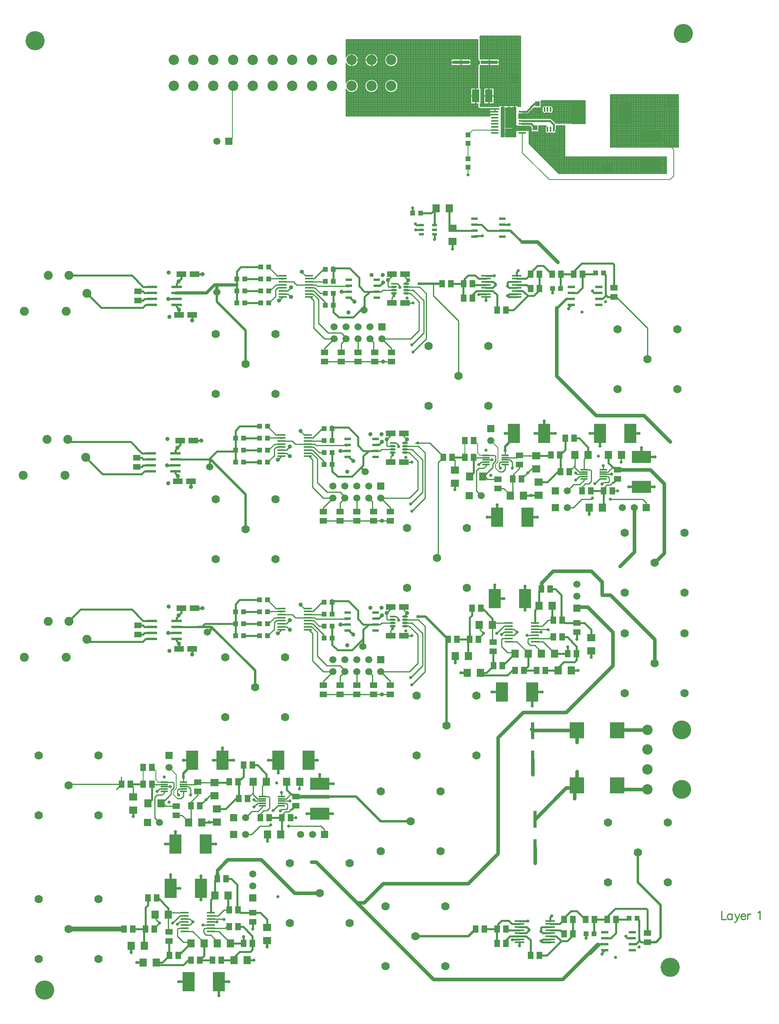
<source format=gtl>
%FSLAX24Y24*%
%MOIN*%
G70*
G01*
G75*
G04 Layer_Physical_Order=1*
%ADD10C,0.0080*%
%ADD11R,0.0600X0.0150*%
%ADD12R,0.0620X0.1010*%
%ADD13R,0.0360X0.2560*%
%ADD14R,0.0620X0.0775*%
%ADD15R,0.0394X0.0433*%
%ADD16R,0.1181X0.1969*%
%ADD17R,0.1417X0.0315*%
%ADD18R,0.0630X0.1063*%
%ADD19R,0.0150X0.0409*%
%ADD20O,0.0150X0.0409*%
%ADD21R,0.1614X0.1024*%
%ADD22R,0.0630X0.0118*%
%ADD23R,0.0630X0.0118*%
%ADD24R,0.0709X0.0630*%
%ADD25R,0.0846X0.0157*%
%ADD26R,0.0846X0.0157*%
%ADD27R,0.0630X0.0709*%
%ADD28R,0.0512X0.0591*%
%ADD29R,0.0591X0.0512*%
%ADD30R,0.0551X0.0236*%
%ADD31O,0.0480X0.0169*%
%ADD32R,0.0650X0.0118*%
%ADD33R,0.0787X0.0472*%
%ADD34R,0.0866X0.0236*%
%ADD35R,0.0866X0.0236*%
%ADD36R,0.0433X0.0394*%
%ADD37R,0.0610X0.0236*%
%ADD38R,0.1024X0.1614*%
%ADD39R,0.0480X0.0169*%
%ADD40R,0.0394X0.0236*%
%ADD41R,0.1240X0.1360*%
%ADD42R,0.0315X0.1417*%
%ADD43C,0.0100*%
%ADD44C,0.0160*%
%ADD45C,0.0200*%
%ADD46C,0.0300*%
%ADD47C,0.0250*%
%ADD48C,0.0400*%
%ADD49C,0.0700*%
%ADD50C,0.1575*%
%ADD51C,0.0866*%
%ADD52C,0.0866*%
%ADD53C,0.0200*%
%ADD54R,0.0591X0.0591*%
%ADD55C,0.0591*%
%ADD56C,0.0600*%
%ADD57C,0.1600*%
%ADD58C,0.0750*%
%ADD59C,0.0250*%
%ADD60C,0.0350*%
D10*
X65697Y106399D02*
G03*
X65384Y106533I-185J0D01*
G01*
Y106006D02*
G03*
X65697Y106139I128J133D01*
G01*
X65609Y105460D02*
G03*
X65474Y105516I-135J-134D01*
G01*
X65608Y105460D02*
G03*
X65474Y105516I-134J-134D01*
G01*
X65945Y105100D02*
G03*
X65902Y105167I-178J-68D01*
G01*
X65945Y105100D02*
G03*
X65902Y105167I-178J-68D01*
G01*
X65384Y106533D02*
G03*
X65128Y106533I-128J-133D01*
G01*
G03*
X64815Y106399I-128J-133D01*
G01*
X65128Y106006D02*
G03*
X65384Y106006I128J133D01*
G01*
X64815Y106139D02*
G03*
X65128Y106006I185J0D01*
G01*
X63560Y105916D02*
G03*
X63629Y105960I-66J178D01*
G01*
X63560Y105916D02*
G03*
X63628Y105960I-66J178D01*
G01*
X63494Y105904D02*
G03*
X63537Y105909I0J190D01*
G01*
X63494Y105904D02*
G03*
X63537Y105909I0J190D01*
G01*
X63107D02*
G03*
X63150Y105904I43J185D01*
G01*
Y105516D02*
G03*
X63107Y105511I0J-190D01*
G01*
X65953Y104556D02*
G03*
X65958Y104600I-185J44D01*
G01*
X65184Y104900D02*
G03*
X65071Y104730I72J-170D01*
G01*
X65640Y104337D02*
G03*
X65953Y104470I128J133D01*
G01*
X65384Y104337D02*
G03*
X65640Y104337I128J133D01*
G01*
X65071Y104470D02*
G03*
X65384Y104337I185J0D01*
G01*
X63107Y104885D02*
G03*
X63150Y104880I43J185D01*
G01*
X59450Y110467D02*
G03*
X59562Y110322I150J0D01*
G01*
X59450Y110467D02*
G03*
X59562Y110322I150J0D01*
G01*
Y110078D02*
G03*
X59450Y109933I38J-145D01*
G01*
X59562Y110078D02*
G03*
X59450Y109933I38J-145D01*
G01*
Y106500D02*
G03*
X59600Y106350I150J0D01*
G01*
X59450Y106500D02*
G03*
X59600Y106350I150J0D01*
G01*
X52732Y110400D02*
G03*
X52732Y110400I-543J0D01*
G01*
X51079D02*
G03*
X51079Y110400I-543J0D01*
G01*
X49425D02*
G03*
X48400Y110650I-543J0D01*
G01*
Y110150D02*
G03*
X49425Y110400I482J250D01*
G01*
X52732Y108235D02*
G03*
X52732Y108235I-543J0D01*
G01*
X51079D02*
G03*
X51079Y108235I-543J0D01*
G01*
X49425D02*
G03*
X48400Y108485I-543J0D01*
G01*
Y107984D02*
G03*
X49425Y108235I482J250D01*
G01*
X38900Y103900D02*
Y108300D01*
X38600Y103600D02*
X38900Y103900D01*
X76200Y103100D02*
Y107500D01*
X76160Y103100D02*
Y107500D01*
X76080Y103100D02*
Y107500D01*
X76000Y103100D02*
Y107500D01*
X75920Y103100D02*
Y107500D01*
X75840Y103100D02*
Y107500D01*
X75760Y103100D02*
Y107500D01*
X75680Y103100D02*
Y107500D01*
X75600Y103100D02*
Y107500D01*
X75520Y103100D02*
Y107500D01*
X75440Y103100D02*
Y107500D01*
X75360Y103100D02*
Y107500D01*
X75280Y103100D02*
Y107500D01*
X75200Y103100D02*
Y107500D01*
X75120Y103100D02*
Y107500D01*
X75040Y103100D02*
Y107500D01*
X74960Y103100D02*
Y107500D01*
X74880Y103100D02*
Y107500D01*
X74800Y103100D02*
Y107500D01*
X74720Y103100D02*
Y107500D01*
X74640Y103100D02*
Y107500D01*
X74560Y103100D02*
Y107500D01*
X74480Y103100D02*
Y107500D01*
X74400Y103100D02*
Y107500D01*
X74320Y103100D02*
Y107500D01*
X74240Y103100D02*
Y107500D01*
X74160Y103100D02*
Y107500D01*
X74080Y103100D02*
Y107500D01*
X74000Y103100D02*
Y107500D01*
X73920Y103100D02*
Y107500D01*
X73840Y103100D02*
Y107500D01*
X73760Y103100D02*
Y107500D01*
X73680Y103100D02*
Y107500D01*
X73600Y103100D02*
Y107500D01*
X73520Y103100D02*
Y107500D01*
X73440Y103100D02*
Y107500D01*
X73360Y103100D02*
Y107500D01*
X73280Y103100D02*
Y107500D01*
X73200Y103100D02*
Y107500D01*
X73120Y103100D02*
Y107500D01*
X73040Y103100D02*
Y107500D01*
X72960Y103100D02*
Y107500D01*
X72880Y103100D02*
Y107500D01*
X72800Y103100D02*
Y107500D01*
X72720Y103100D02*
Y107500D01*
X72640Y103100D02*
Y107500D01*
X72560Y103100D02*
Y107500D01*
X72480Y103100D02*
Y107500D01*
X72400Y103100D02*
Y107500D01*
X72320Y103100D02*
Y107500D01*
X72240Y103100D02*
Y107500D01*
X72160Y103100D02*
Y107500D01*
X72080Y103100D02*
Y107500D01*
X72000Y103100D02*
Y107500D01*
X71920Y103100D02*
Y107500D01*
X71840Y103100D02*
Y107500D01*
X71760Y103100D02*
Y107500D01*
X71680Y103100D02*
Y107500D01*
X71600Y103100D02*
Y107500D01*
X71520Y103100D02*
Y107500D01*
X71440Y103100D02*
Y107500D01*
X71360Y103100D02*
Y107500D01*
X71280Y103100D02*
Y107500D01*
X71200Y103100D02*
Y107500D01*
X71120Y103100D02*
Y107500D01*
X70500D02*
X76200D01*
X70500Y107440D02*
X76200D01*
X70500Y107360D02*
X76200D01*
X70500Y107280D02*
X76200D01*
X70500Y107200D02*
X76200D01*
X70500Y107120D02*
X76200D01*
X70500Y107040D02*
X76200D01*
X70500Y106960D02*
X76200D01*
X70500Y106880D02*
X76200D01*
X70500Y106800D02*
X76200D01*
X70500Y106720D02*
X76200D01*
X70500Y106640D02*
X76200D01*
X70500Y106560D02*
X76200D01*
X70500Y106480D02*
X76200D01*
X70500Y106400D02*
X76200D01*
X70500Y106320D02*
X76200D01*
X70500Y106240D02*
X76200D01*
X70500Y106160D02*
X76200D01*
X70500Y106080D02*
X76200D01*
X70500Y106000D02*
X76200D01*
X70500Y105920D02*
X76200D01*
X70500Y105840D02*
X76200D01*
X70500Y105760D02*
X76200D01*
X70500Y105680D02*
X76200D01*
X70500Y105600D02*
X76200D01*
X70500Y105520D02*
X76200D01*
X70500Y105440D02*
X76200D01*
X70500Y105360D02*
X76200D01*
X70500Y105280D02*
X76200D01*
X70500Y105200D02*
X76200D01*
X70500Y105120D02*
X76200D01*
X70500Y105040D02*
X76200D01*
X70500Y104960D02*
X76200D01*
X70500Y104880D02*
X76200D01*
X70500Y104800D02*
X76200D01*
X70500Y104720D02*
X76200D01*
X70500Y104640D02*
X76200D01*
X70500Y104560D02*
X76200D01*
X70500Y104480D02*
X76200D01*
X70500Y104400D02*
X76200D01*
X70500Y104320D02*
X76200D01*
X70500Y104240D02*
X76200D01*
X70500Y104160D02*
X76200D01*
X70500Y104080D02*
X76200D01*
X70500Y104000D02*
X76200D01*
X70500Y103920D02*
X76200D01*
X70500Y103840D02*
X76200D01*
X70500Y103760D02*
X76200D01*
X70500Y103680D02*
X76200D01*
X71040Y103100D02*
Y107500D01*
X70960Y103100D02*
Y107500D01*
X70880Y103100D02*
Y107500D01*
X70800Y103100D02*
Y107500D01*
X70720Y103100D02*
Y107500D01*
X70640Y103100D02*
Y107500D01*
X70560Y103100D02*
Y107500D01*
X70500Y103100D02*
Y107500D01*
Y103600D02*
X76200D01*
X70500Y103520D02*
X76200D01*
X70500Y103440D02*
X76200D01*
X70500Y103360D02*
X76200D01*
X70500Y103280D02*
X76200D01*
X70500Y103200D02*
X76200D01*
X70500Y103120D02*
X76200D01*
X70500Y103100D02*
X76200D01*
X65678Y106480D02*
X68400D01*
X65697Y106400D02*
X68400D01*
X65697Y106139D02*
Y106399D01*
X65840Y105229D02*
Y107000D01*
X65760Y105309D02*
Y107000D01*
X65603Y106560D02*
X68400D01*
X65697Y106320D02*
X68400D01*
X65697Y106240D02*
X68400D01*
X65697Y106160D02*
X68400D01*
X65687Y106080D02*
X68400D01*
X65709Y105360D02*
X68400D01*
X65789Y105280D02*
X68400D01*
X65869Y105200D02*
X68400D01*
X65633Y106000D02*
X68400D01*
X65629Y105440D02*
X68400D01*
X65609Y105460D02*
X65902Y105167D01*
X65600Y106562D02*
Y107000D01*
X65520Y106584D02*
Y107000D01*
X65440Y106569D02*
Y107000D01*
X65680Y106476D02*
Y107000D01*
Y105389D02*
Y106063D01*
X65280Y106582D02*
Y107000D01*
X65200Y106575D02*
Y107000D01*
X65347Y106560D02*
X65421D01*
X65360Y106552D02*
Y107000D01*
X65600Y105468D02*
Y105977D01*
X65520Y105510D02*
Y105955D01*
X65440Y105516D02*
Y105969D01*
X65360Y105516D02*
Y105987D01*
X65280Y105516D02*
Y105956D01*
X65200Y105516D02*
Y105963D01*
X65120Y105516D02*
Y105999D01*
X68400Y105100D02*
Y107000D01*
X68320Y105100D02*
Y107000D01*
X68240Y105100D02*
Y107000D01*
X68160Y105100D02*
Y107000D01*
X68080Y105100D02*
Y107000D01*
X68000Y105100D02*
Y107000D01*
X67920Y105100D02*
Y107000D01*
X67840Y105100D02*
Y107000D01*
X67760Y105100D02*
Y107000D01*
X67680Y105100D02*
Y107000D01*
X67600Y105100D02*
Y107000D01*
X67520Y105100D02*
Y107000D01*
X67440Y105100D02*
Y107000D01*
X67360Y105100D02*
Y107000D01*
X67280Y105100D02*
Y107000D01*
X67200Y105100D02*
Y107000D01*
X65945Y105100D02*
X68400D01*
X65936Y105120D02*
X68400D01*
X67120Y105100D02*
Y107000D01*
X67040Y105100D02*
Y107000D01*
X66960Y105100D02*
Y107000D01*
X66880Y105100D02*
Y107000D01*
X66800Y105100D02*
Y107000D01*
X66720Y105100D02*
Y107000D01*
X66640Y105100D02*
Y107000D01*
X66560Y105100D02*
Y107000D01*
X66480Y105100D02*
Y107000D01*
X66400Y105100D02*
Y107000D01*
X66320Y105100D02*
Y107000D01*
X66240Y105100D02*
Y107000D01*
X66160Y105100D02*
Y107000D01*
X66080Y105100D02*
Y107000D01*
X66000Y105100D02*
Y107000D01*
X65920Y105146D02*
Y107000D01*
X64707D02*
X68400D01*
X65040Y106580D02*
Y107000D01*
X64960Y106580D02*
Y107000D01*
X65120Y106540D02*
Y107000D01*
X64880Y106540D02*
Y107000D01*
X64707Y106960D02*
X68400D01*
X64707Y106880D02*
X68400D01*
X64707Y106800D02*
X68400D01*
X64707Y106720D02*
X68400D01*
X65091Y106560D02*
X65165D01*
X64707Y106640D02*
X68400D01*
X64707Y106560D02*
X64909D01*
X63570Y105920D02*
X68400D01*
X62840Y105840D02*
X68400D01*
X64707Y106408D02*
Y107000D01*
Y106480D02*
X64834D01*
X64093Y106408D02*
X64707D01*
X64069Y106400D02*
X64815D01*
X64815Y106139D02*
Y106399D01*
X63989Y106320D02*
X64815D01*
X63909Y106240D02*
X64815D01*
X63829Y106160D02*
X64815D01*
X63629Y105960D02*
X64093Y106424D01*
X63749Y106080D02*
X64825D01*
X63669Y106000D02*
X64879D01*
X63150Y105904D02*
X63494D01*
X62840Y105909D02*
X63107D01*
X64800Y105516D02*
Y107000D01*
X64720Y105516D02*
Y107000D01*
X64640Y105516D02*
Y106408D01*
X64560Y105516D02*
Y106408D01*
X64480Y105516D02*
Y106408D01*
X64400Y105516D02*
Y106408D01*
X64320Y105516D02*
Y106408D01*
X64240Y105516D02*
Y106408D01*
X64160Y105516D02*
Y106408D01*
X65040Y105516D02*
Y105959D01*
X64960Y105516D02*
Y105959D01*
X64880Y105516D02*
Y105999D01*
X63150Y105516D02*
X65474D01*
X64080D02*
Y106411D01*
X62840Y105760D02*
X68400D01*
X62840Y105680D02*
X68400D01*
X62840Y105600D02*
X68400D01*
X62840Y105520D02*
X68400D01*
X64000Y105516D02*
Y106331D01*
X63920Y105516D02*
Y106251D01*
X63840Y105516D02*
Y106171D01*
X63760Y105516D02*
Y106091D01*
X63680Y105516D02*
Y106011D01*
X63600Y105516D02*
Y105936D01*
X63520Y105516D02*
Y105906D01*
X63440Y105516D02*
Y105904D01*
X63360Y105516D02*
Y105904D01*
X63280Y105516D02*
Y105904D01*
X63200Y105516D02*
Y105904D01*
X63120Y105514D02*
Y105906D01*
X63040Y105511D02*
Y105909D01*
X62960Y105511D02*
Y105909D01*
X62880Y105511D02*
Y105909D01*
X62840Y105511D02*
X63107D01*
X62840D02*
Y105909D01*
X75200Y100900D02*
Y102300D01*
X75120Y100900D02*
Y102300D01*
X75040Y100900D02*
Y102300D01*
X74960Y100900D02*
Y102300D01*
X74880Y100900D02*
Y102300D01*
X74800Y100900D02*
Y102300D01*
X74720Y100900D02*
Y102300D01*
X74640Y100900D02*
Y102300D01*
X66700D02*
X75200D01*
X74560Y100900D02*
Y102300D01*
X74480Y100900D02*
Y102300D01*
X74400Y100900D02*
Y102300D01*
X74320Y100900D02*
Y102300D01*
X74240Y100900D02*
Y102300D01*
X74160Y100900D02*
Y102300D01*
X74080Y100900D02*
Y102300D01*
X74000Y100900D02*
Y102300D01*
X73920Y100900D02*
Y102300D01*
X73840Y100900D02*
Y102300D01*
X73760Y100900D02*
Y102300D01*
X73680Y100900D02*
Y102300D01*
X73600Y100900D02*
Y102300D01*
X73520Y100900D02*
Y102300D01*
X73440Y100900D02*
Y102300D01*
X65980Y101120D02*
X75200D01*
X66060Y101040D02*
X75200D01*
X73360Y100900D02*
Y102300D01*
X66140Y100960D02*
X75200D01*
X73280Y100900D02*
Y102300D01*
X73200Y100900D02*
Y102300D01*
X73120Y100900D02*
Y102300D01*
X73040Y100900D02*
Y102300D01*
X72960Y100900D02*
Y102300D01*
X72880Y100900D02*
Y102300D01*
X72800Y100900D02*
Y102300D01*
X72720Y100900D02*
Y102300D01*
X72640Y100900D02*
Y102300D01*
X72560Y100900D02*
Y102300D01*
X72480Y100900D02*
Y102300D01*
X72400Y100900D02*
Y102300D01*
X65958Y104640D02*
X66700D01*
X65953Y104560D02*
X66700D01*
X65953Y104480D02*
X66700D01*
X65939Y104400D02*
X66700D01*
Y102300D02*
Y104900D01*
X66160Y100940D02*
Y104900D01*
X66080Y101020D02*
Y104900D01*
X66000Y101100D02*
Y104900D01*
X72320Y100900D02*
Y102300D01*
X72240Y100900D02*
Y102300D01*
X72160Y100900D02*
Y102300D01*
X72080Y100900D02*
Y102300D01*
X72000Y100900D02*
Y102300D01*
X71920Y100900D02*
Y102300D01*
X71840Y100900D02*
Y102300D01*
X71760Y100900D02*
Y102300D01*
X71680Y100900D02*
Y102300D01*
X71600Y100900D02*
Y102300D01*
X71520Y100900D02*
Y102300D01*
X71440Y100900D02*
Y102300D01*
X71360Y100900D02*
Y102300D01*
X71280Y100900D02*
Y102300D01*
X71200Y100900D02*
Y102300D01*
X71120Y100900D02*
Y102300D01*
X71040Y100900D02*
Y102300D01*
X70960Y100900D02*
Y102300D01*
X70880Y100900D02*
Y102300D01*
X70800Y100900D02*
Y102300D01*
X70720Y100900D02*
Y102300D01*
X70640Y100900D02*
Y102300D01*
X70560Y100900D02*
Y102300D01*
X70480Y100900D02*
Y102300D01*
X70400Y100900D02*
Y102300D01*
X70320Y100900D02*
Y102300D01*
X70240Y100900D02*
Y102300D01*
X70160Y100900D02*
Y102300D01*
X70080Y100900D02*
Y102300D01*
X70000Y100900D02*
Y102300D01*
X69920Y100900D02*
Y102300D01*
X69840Y100900D02*
Y102300D01*
X69760Y100900D02*
Y102300D01*
X69680Y100900D02*
Y102300D01*
X69600Y100900D02*
Y102300D01*
X69520Y100900D02*
Y102300D01*
X69440Y100900D02*
Y102300D01*
X69360Y100900D02*
Y102300D01*
X69280Y100900D02*
Y102300D01*
X69200Y100900D02*
Y102300D01*
X69120Y100900D02*
Y102300D01*
X69040Y100900D02*
Y102300D01*
X68960Y100900D02*
Y102300D01*
X68880Y100900D02*
Y102300D01*
X66200Y100900D02*
X75200D01*
X68800D02*
Y102300D01*
X68720Y100900D02*
Y102300D01*
X68640Y100900D02*
Y102300D01*
X68560Y100900D02*
Y102300D01*
X68480Y100900D02*
Y102300D01*
X68400Y100900D02*
Y102300D01*
X68320Y100900D02*
Y102300D01*
X68240Y100900D02*
Y102300D01*
X68160Y100900D02*
Y102300D01*
X68080Y100900D02*
Y102300D01*
X68000Y100900D02*
Y102300D01*
X67920Y100900D02*
Y102300D01*
X66640Y100900D02*
Y104900D01*
X66560Y100900D02*
Y104900D01*
X66480Y100900D02*
Y104900D01*
X66400Y100900D02*
Y104900D01*
X66320Y100900D02*
Y104900D01*
X66240Y100900D02*
Y104900D01*
X67840Y100900D02*
Y102300D01*
X67760Y100900D02*
Y102300D01*
X67680Y100900D02*
Y102300D01*
X67600Y100900D02*
Y102300D01*
X67520Y100900D02*
Y102300D01*
X67440Y100900D02*
Y102300D01*
X67360Y100900D02*
Y102300D01*
X67280Y100900D02*
Y102300D01*
X67200Y100900D02*
Y102300D01*
X67120Y100900D02*
Y102300D01*
X67040Y100900D02*
Y102300D01*
X66960Y100900D02*
Y102300D01*
X66880Y100900D02*
Y102300D01*
X66800Y100900D02*
Y102300D01*
X66720Y100900D02*
Y102300D01*
X65958Y104900D02*
X66700D01*
X65958Y104880D02*
X66700D01*
X65120Y104855D02*
Y104900D01*
X65958Y104800D02*
X66700D01*
X65958Y104600D02*
Y104900D01*
Y104720D02*
X66700D01*
X65953Y104470D02*
Y104556D01*
X64507Y104900D02*
X65184D01*
X64507Y104880D02*
X65148D01*
X64507Y104800D02*
X65085D01*
X64507Y104720D02*
X65071D01*
X64507Y104640D02*
X65071D01*
X64507Y104408D02*
Y104900D01*
X65071Y104470D02*
Y104730D01*
X65876Y104320D02*
X66700D01*
X65620D02*
X65660D01*
X64507Y104560D02*
X65071D01*
X64507Y104480D02*
X65071D01*
X65364Y104320D02*
X65404D01*
X63700Y104240D02*
X66700D01*
X63700Y104160D02*
X66700D01*
X63700Y104400D02*
X65085D01*
X63700Y104320D02*
X65148D01*
X63700Y104080D02*
X66700D01*
X63700Y104000D02*
X66700D01*
X63700Y103920D02*
X66700D01*
X63700Y103840D02*
X66700D01*
X63786Y104880D02*
X63893Y104773D01*
X63150Y104880D02*
X63786D01*
X63150D02*
X63786D01*
X63680Y104500D02*
Y104880D01*
X63600Y104500D02*
Y104880D01*
X63040Y104500D02*
Y104885D01*
X62960Y104500D02*
Y104885D01*
X62740D02*
X63107D01*
X62880Y104500D02*
Y104885D01*
X62800Y104500D02*
Y104885D01*
X62500Y104900D02*
X62740D01*
X62720Y104500D02*
Y104900D01*
X62640Y104500D02*
Y104900D01*
X62560Y104500D02*
Y104900D01*
X62500Y104500D02*
Y104900D01*
X63520Y104500D02*
Y104880D01*
X63700Y104480D02*
X63893D01*
X63440Y104500D02*
Y104880D01*
X63360Y104500D02*
Y104880D01*
X63893Y104408D02*
Y104773D01*
Y104408D02*
X64507D01*
X63280Y104500D02*
Y104880D01*
X63200Y104500D02*
Y104880D01*
X62500Y104720D02*
X63893D01*
X62500Y104640D02*
X63893D01*
X62500Y104880D02*
X63150D01*
X62500Y104800D02*
X63866D01*
X62500Y104560D02*
X63893D01*
X62500Y104500D02*
X63700D01*
X63120D02*
Y104882D01*
X63980Y103120D02*
X66700D01*
X64060Y103040D02*
X66700D01*
X64140Y102960D02*
X66700D01*
X64220Y102880D02*
X66700D01*
X64300Y102800D02*
X66700D01*
X64380Y102720D02*
X66700D01*
X64460Y102640D02*
X66700D01*
X64540Y102560D02*
X66700D01*
X63700Y103760D02*
X66700D01*
X63700Y103680D02*
X66700D01*
X63700Y103600D02*
X66700D01*
X63700Y103520D02*
X66700D01*
X63700Y103440D02*
X66700D01*
X63740Y103360D02*
X66700D01*
X63820Y103280D02*
X66700D01*
X63900Y103200D02*
X66700D01*
X65340Y101760D02*
X75200D01*
X65420Y101680D02*
X75200D01*
X65500Y101600D02*
X75200D01*
X65580Y101520D02*
X75200D01*
X65660Y101440D02*
X75200D01*
X65740Y101360D02*
X75200D01*
X65820Y101280D02*
X75200D01*
X65900Y101200D02*
X75200D01*
X64860Y102240D02*
X75200D01*
X64940Y102160D02*
X75200D01*
X64620Y102480D02*
X66700D01*
X64700Y102400D02*
X66700D01*
X65020Y102080D02*
X75200D01*
X65100Y102000D02*
X75200D01*
X65180Y101920D02*
X75200D01*
X65260Y101840D02*
X75200D01*
X64720Y102380D02*
Y104900D01*
X64640Y102460D02*
Y104900D01*
X64560Y102540D02*
Y104900D01*
X64480Y102620D02*
Y104408D01*
X65040Y102060D02*
Y104900D01*
X64960Y102140D02*
Y104900D01*
X64880Y102220D02*
Y104900D01*
X64800Y102300D02*
Y104900D01*
X63840Y103260D02*
Y104826D01*
X64080Y103020D02*
Y104408D01*
X63760Y103340D02*
Y104880D01*
X63700Y103400D02*
Y104500D01*
X64400Y102700D02*
Y104408D01*
X64320Y102780D02*
Y104408D01*
X64240Y102860D02*
Y104408D01*
X64160Y102940D02*
Y104408D01*
X65600Y101500D02*
Y104308D01*
X65520Y101580D02*
Y104285D01*
X65440Y101660D02*
Y104300D01*
X65360Y101740D02*
Y104317D01*
X65920Y101180D02*
Y104365D01*
X65840Y101260D02*
Y104300D01*
X65680Y101420D02*
Y104307D01*
X65760Y101340D02*
Y104285D01*
X65120Y101980D02*
Y104345D01*
X64780Y102320D02*
X66700D01*
X64000Y103100D02*
Y104408D01*
X63920Y103180D02*
Y104408D01*
X65280Y101820D02*
Y104287D01*
X63700Y103400D02*
X66200Y100900D01*
X65200Y101900D02*
Y104294D01*
X59562Y110078D02*
Y110322D01*
X59520Y110059D02*
Y110341D01*
X59450Y110467D02*
Y112100D01*
Y108041D02*
Y109933D01*
X59440Y108041D02*
Y112100D01*
X59360Y108041D02*
Y112100D01*
X59280Y108041D02*
Y112100D01*
X59200Y108041D02*
Y112100D01*
X59120Y108041D02*
Y112100D01*
X59040Y108041D02*
Y112100D01*
X58960Y108041D02*
Y112100D01*
X52556Y110800D02*
X59450D01*
X52443Y110880D02*
X59450D01*
X52676Y110640D02*
X59450D01*
X52628Y110720D02*
X59450D01*
X52708Y110560D02*
X59450D01*
X52726Y110480D02*
X59450D01*
X58838Y110400D02*
X59466D01*
X57200Y110467D02*
X58838D01*
Y110320D02*
X59562D01*
X58838Y110240D02*
X59562D01*
X58838Y110160D02*
X59562D01*
X58838Y110080D02*
X59562D01*
X58880Y108041D02*
Y112100D01*
X58838Y109933D02*
Y110467D01*
Y110000D02*
X59466D01*
X61200Y106279D02*
Y106350D01*
X59600D02*
X61200D01*
X61120Y106279D02*
Y106350D01*
X61040Y106279D02*
Y106350D01*
X59450Y106500D02*
Y106758D01*
X60960Y106279D02*
Y106350D01*
X60880Y106279D02*
Y106350D01*
X60800Y106279D02*
Y106350D01*
X60720Y106279D02*
Y106350D01*
X60640Y106279D02*
Y106350D01*
X60560Y106279D02*
Y106350D01*
X60480Y106279D02*
Y106350D01*
X52443Y109920D02*
X59450D01*
X52433Y108720D02*
X59450D01*
X52624Y108560D02*
X59450D01*
X52550Y108640D02*
X59450D01*
X57200Y109933D02*
X58838D01*
X52673Y108480D02*
X59450D01*
X52706Y108400D02*
X59450D01*
X52725Y108320D02*
X59450D01*
X52732Y108240D02*
X59450D01*
X52727Y108160D02*
X59450D01*
X58824Y108041D02*
X59450D01*
X52710Y108080D02*
X59450D01*
X58824Y106758D02*
X59450D01*
X58800Y110467D02*
Y112100D01*
X58720Y110467D02*
Y112100D01*
X58640Y110467D02*
Y112100D01*
X58560Y110467D02*
Y112100D01*
X58480Y110467D02*
Y112100D01*
X58400Y110467D02*
Y112100D01*
X58320Y110467D02*
Y112100D01*
X58240Y110467D02*
Y112100D01*
X58160Y110467D02*
Y112100D01*
X58080Y110467D02*
Y112100D01*
X58000Y110467D02*
Y112100D01*
X57920Y110467D02*
Y112100D01*
X57840Y110467D02*
Y112100D01*
X57760Y110467D02*
Y112100D01*
X57680Y110467D02*
Y112100D01*
X52560Y110797D02*
Y112100D01*
X52480Y110859D02*
Y112100D01*
X52400Y110900D02*
Y112100D01*
X52320Y110927D02*
Y112100D01*
X52240Y110941D02*
Y112100D01*
X52160Y110942D02*
Y112100D01*
X52080Y110932D02*
Y112100D01*
X52000Y110909D02*
Y112100D01*
X57600Y110467D02*
Y112100D01*
X57520Y110467D02*
Y112100D01*
X57440Y110467D02*
Y112100D01*
X57360Y110467D02*
Y112100D01*
X57280Y110467D02*
Y112100D01*
X52720Y110514D02*
Y112100D01*
X52640Y110702D02*
Y112100D01*
X52732Y110400D02*
X57200D01*
X52726Y110320D02*
X57200D01*
X52708Y110240D02*
X57200D01*
X52676Y110160D02*
X57200D01*
X52628Y110080D02*
X57200D01*
X58824Y106758D02*
Y108041D01*
X52679Y108000D02*
X58824D01*
X52632Y107920D02*
X58824D01*
X57200Y109933D02*
Y110467D01*
X52720Y108348D02*
Y110286D01*
X52640Y108537D02*
Y110098D01*
X52556Y110000D02*
X57200D01*
X52400Y108735D02*
Y109900D01*
X52320Y108762D02*
Y109873D01*
X52240Y108775D02*
Y109859D01*
X51920Y110872D02*
Y112100D01*
X51840Y110816D02*
Y112100D01*
X52160Y108777D02*
Y109858D01*
X52080Y108767D02*
Y109868D01*
X52560Y108631D02*
Y110003D01*
X52480Y108693D02*
Y109941D01*
X52562Y107840D02*
X58824D01*
X52453Y107760D02*
X58824D01*
X51920Y108706D02*
Y109928D01*
X51840Y108651D02*
Y109984D01*
X52000Y108744D02*
Y109891D01*
X58800Y105700D02*
Y109933D01*
X58720Y105700D02*
Y109933D01*
X58640Y105700D02*
Y109933D01*
X58560Y105700D02*
Y109933D01*
X58480Y105700D02*
Y109933D01*
X58400Y105700D02*
Y109933D01*
X58320Y105700D02*
Y109933D01*
X58240Y105700D02*
Y109933D01*
X58160Y105700D02*
Y109933D01*
X58080Y105700D02*
Y109933D01*
X58000Y105700D02*
Y109933D01*
X57920Y105700D02*
Y109933D01*
X57840Y105700D02*
Y109933D01*
X57760Y105700D02*
Y109933D01*
X57680Y105700D02*
Y109933D01*
X57600Y105700D02*
Y109933D01*
X57520Y105700D02*
Y109933D01*
X57440Y105700D02*
Y109933D01*
X57360Y105700D02*
Y109933D01*
X57200Y105700D02*
Y112100D01*
X57120Y105700D02*
Y112100D01*
X57280Y105700D02*
Y109933D01*
X57040Y105700D02*
Y112100D01*
X56960Y105700D02*
Y112100D01*
X56880Y105700D02*
Y112100D01*
X56800Y105700D02*
Y112100D01*
X56720Y105700D02*
Y112100D01*
X56640Y105700D02*
Y112100D01*
X56560Y105700D02*
Y112100D01*
X56480Y105700D02*
Y112100D01*
X60440Y106279D02*
X61200D01*
X60440Y106023D02*
Y106279D01*
Y105909D02*
Y106023D01*
Y105909D02*
Y106023D01*
Y105767D02*
Y105909D01*
X60400Y105700D02*
Y106350D01*
X60320Y105700D02*
Y106350D01*
X60440Y105700D02*
Y105767D01*
Y105700D02*
Y105767D01*
X60240Y105700D02*
Y106350D01*
X60160Y105700D02*
Y106350D01*
X60080Y105700D02*
Y106350D01*
X60000Y105700D02*
Y106350D01*
X59920Y105700D02*
Y106350D01*
X59840Y105700D02*
Y106350D01*
X59760Y105700D02*
Y106350D01*
X59520Y105700D02*
Y106373D01*
X59440Y105700D02*
Y106758D01*
X59680Y105700D02*
Y106350D01*
X59600Y105700D02*
Y106350D01*
X59360Y105700D02*
Y106758D01*
X59280Y105700D02*
Y106758D01*
X59200Y105700D02*
Y106758D01*
X59120Y105700D02*
Y106758D01*
X59040Y105700D02*
Y106758D01*
X58960Y105700D02*
Y106758D01*
X58880Y105700D02*
Y106758D01*
X56400Y105700D02*
Y112100D01*
X56320Y105700D02*
Y112100D01*
X56240Y105700D02*
Y112100D01*
X56160Y105700D02*
Y112100D01*
X56080Y105700D02*
Y112100D01*
X56000Y105700D02*
Y112100D01*
X55920Y105700D02*
Y112100D01*
X55840Y105700D02*
Y112100D01*
X55760Y105700D02*
Y112100D01*
X55680Y105700D02*
Y112100D01*
X55600Y105700D02*
Y112100D01*
X55520Y105700D02*
Y112100D01*
X55440Y105700D02*
Y112100D01*
X55360Y105700D02*
Y112100D01*
X55280Y105700D02*
Y112100D01*
X55200Y105700D02*
Y112100D01*
X55120Y105700D02*
Y112100D01*
X55040Y105700D02*
Y112100D01*
X54960Y105700D02*
Y112100D01*
X54880Y105700D02*
Y112100D01*
X54800Y105700D02*
Y112100D01*
X54720Y105700D02*
Y112100D01*
X54640Y105700D02*
Y112100D01*
X54560Y105700D02*
Y112100D01*
X54480Y105700D02*
Y112100D01*
X54400Y105700D02*
Y112100D01*
X54320Y105700D02*
Y112100D01*
X54240Y105700D02*
Y112100D01*
X54160Y105700D02*
Y112100D01*
X54080Y105700D02*
Y112100D01*
X54000Y105700D02*
Y112100D01*
X53920Y105700D02*
Y112100D01*
X53840Y105700D02*
Y112100D01*
X53760Y105700D02*
Y112100D01*
X53680Y105700D02*
Y112100D01*
X53600Y105700D02*
Y112100D01*
X53520Y105700D02*
Y112100D01*
X53440Y105700D02*
Y112100D01*
X53360Y105700D02*
Y112100D01*
X53280Y105700D02*
Y112100D01*
X53200Y105700D02*
Y112100D01*
X53120Y105700D02*
Y112100D01*
X53040Y105700D02*
Y112100D01*
X52960Y105700D02*
Y112100D01*
X52880Y105700D02*
Y112100D01*
X52800Y105700D02*
Y112100D01*
X52720Y105700D02*
Y108121D01*
X52640Y105700D02*
Y107932D01*
X52560Y105700D02*
Y107838D01*
X52480Y105700D02*
Y107776D01*
X52400Y105700D02*
Y107734D01*
X52320Y105700D02*
Y107708D01*
X52080Y105700D02*
Y107703D01*
X52000Y105700D02*
Y107726D01*
X52240Y105700D02*
Y107694D01*
X52160Y105700D02*
Y107692D01*
X51840Y105700D02*
Y107819D01*
X51760Y105700D02*
Y107902D01*
X51920Y105700D02*
Y107763D01*
X50880Y110820D02*
Y112100D01*
X48400D02*
X59450D01*
X50903Y110800D02*
X51822D01*
X50789Y110880D02*
X51935D01*
X50800Y110874D02*
Y112100D01*
X50720Y110911D02*
Y112100D01*
X50640Y110933D02*
Y112100D01*
X50560Y110943D02*
Y112100D01*
X51760Y110733D02*
Y112100D01*
X51680Y110589D02*
Y112100D01*
X50974Y110720D02*
X51750D01*
X51040Y110601D02*
Y112100D01*
X50960Y110739D02*
Y112100D01*
X48400Y112080D02*
X59450D01*
X48400Y112000D02*
X59450D01*
X48400Y111920D02*
X59450D01*
X48400Y111840D02*
X59450D01*
X48400Y111760D02*
X59450D01*
X48400Y111680D02*
X59450D01*
X48400Y111600D02*
X59450D01*
X48400Y111520D02*
X59450D01*
X48400Y111440D02*
X59450D01*
X48400Y111360D02*
X59450D01*
X48400Y111280D02*
X59450D01*
X48400Y111200D02*
X59450D01*
X48400Y111120D02*
X59450D01*
X48400Y111040D02*
X59450D01*
X48400Y110960D02*
X59450D01*
X51054Y110560D02*
X51670D01*
X51023Y110640D02*
X51702D01*
X51023Y110160D02*
X51702D01*
X50974Y110080D02*
X51750D01*
X51073Y110480D02*
X51652D01*
X51079Y110400D02*
X51646D01*
X51073Y110320D02*
X51652D01*
X51054Y110240D02*
X51670D01*
X50903Y110000D02*
X51822D01*
X50789Y109920D02*
X51935D01*
X50800Y108709D02*
Y109926D01*
X50779Y108720D02*
X51945D01*
X50720Y108745D02*
Y109889D01*
X50640Y108768D02*
Y109867D01*
X50560Y108777D02*
Y109857D01*
X48400Y109840D02*
X59450D01*
X48400Y109760D02*
X59450D01*
X48400Y109680D02*
X59450D01*
X48400Y109600D02*
X59450D01*
X48400Y109520D02*
X59450D01*
X48400Y109440D02*
X59450D01*
X48400Y109360D02*
X59450D01*
X48400Y109280D02*
X59450D01*
X48400Y109200D02*
X59450D01*
X48400Y109120D02*
X59450D01*
X48400Y109040D02*
X59450D01*
X48400Y108960D02*
X59450D01*
X48400Y108880D02*
X59450D01*
X48400Y108800D02*
X59450D01*
X50480Y110940D02*
Y112100D01*
X50400Y110926D02*
Y112100D01*
X50320Y110899D02*
Y112100D01*
X49136Y110880D02*
X50281D01*
X50240Y110856D02*
Y112100D01*
X49200Y110840D02*
Y112100D01*
X49249Y110800D02*
X50168D01*
X49120Y110888D02*
Y112100D01*
X50160Y110792D02*
Y112100D01*
X50080Y110696D02*
Y112100D01*
X49321Y110720D02*
X50097D01*
X50000Y110491D02*
Y112100D01*
X49360Y110658D02*
Y112100D01*
X49280Y110769D02*
Y112100D01*
X49040Y110920D02*
Y112100D01*
X48960Y110937D02*
Y112100D01*
X48880Y110943D02*
Y112100D01*
X48800Y110937D02*
Y112100D01*
X48720Y110918D02*
Y112100D01*
X48640Y110886D02*
Y112100D01*
X48560Y110837D02*
Y112100D01*
X48400Y110880D02*
X48628D01*
X48480Y110765D02*
Y112100D01*
X48400Y110800D02*
X48515D01*
X48400Y110650D02*
Y112100D01*
Y110650D02*
Y112100D01*
Y110720D02*
X48443D01*
X49401Y110560D02*
X50016D01*
X49369Y110640D02*
X50048D01*
X49369Y110160D02*
X50048D01*
X49425Y110400D02*
X49992D01*
X49419Y110480D02*
X49998D01*
X49419Y110320D02*
X49998D01*
X49401Y110240D02*
X50016D01*
X50320Y108733D02*
Y109901D01*
X50480Y108775D02*
Y109860D01*
X50400Y108761D02*
Y109874D01*
X49321Y110080D02*
X50097D01*
X49249Y110000D02*
X50168D01*
X49136Y109920D02*
X50281D01*
X48960Y108772D02*
Y109863D01*
X48400Y110080D02*
X48443D01*
X48400Y110000D02*
X48515D01*
X48400Y109920D02*
X48628D01*
X49120Y108723D02*
Y109912D01*
X49040Y108754D02*
Y109880D01*
X49126Y108720D02*
X50292D01*
X48880Y108778D02*
Y109857D01*
X48720Y108753D02*
Y109882D01*
X48640Y108721D02*
Y109914D01*
X48800Y108772D02*
Y109863D01*
X51760Y108568D02*
Y110067D01*
X51680Y108424D02*
Y110211D01*
Y105700D02*
Y108045D01*
X51072Y108320D02*
X51653D01*
X51040Y108435D02*
Y110199D01*
X51078Y108240D02*
X51646D01*
X51073Y108160D02*
X51651D01*
X51600Y105700D02*
Y112100D01*
X51520Y105700D02*
Y112100D01*
X51440Y105700D02*
Y112100D01*
X51360Y105700D02*
Y112100D01*
X51280Y105700D02*
Y112100D01*
X51200Y105700D02*
Y112100D01*
X51120Y105700D02*
Y112100D01*
X50970Y108560D02*
X51754D01*
X50897Y108640D02*
X51828D01*
X51053Y108400D02*
X51672D01*
X51020Y108480D02*
X51704D01*
X50960Y108573D02*
Y110061D01*
X50880Y108654D02*
Y109980D01*
X51056Y108080D02*
X51668D01*
X51025Y108000D02*
X51699D01*
X50978Y107920D02*
X51746D01*
X50908Y107840D02*
X51816D01*
X50799Y107760D02*
X51925D01*
X51040Y105700D02*
Y108034D01*
X50960Y105700D02*
Y107896D01*
X50880Y105700D02*
Y107815D01*
X48400Y107680D02*
X58824D01*
X48400Y107600D02*
X58824D01*
X48400Y107520D02*
X58824D01*
X48400Y107440D02*
X58824D01*
X48400Y107360D02*
X58824D01*
X48400Y107280D02*
X58824D01*
X48400Y107200D02*
X58824D01*
X48400Y107120D02*
X58824D01*
X50800Y105700D02*
Y107760D01*
X48400Y107040D02*
X58824D01*
X48400Y106960D02*
X58824D01*
X48400Y106880D02*
X58824D01*
X50720Y105700D02*
Y107724D01*
X50640Y105700D02*
Y107702D01*
X50560Y105700D02*
Y107692D01*
X48400Y106720D02*
X59450D01*
X48400Y106400D02*
X59488D01*
X48400Y106320D02*
X61200D01*
X48400Y106240D02*
X60440D01*
X48400Y106800D02*
X58824D01*
X48400Y106640D02*
X59450D01*
X48400Y106560D02*
X59450D01*
X48400Y106480D02*
X59451D01*
X48400Y106160D02*
X60440D01*
X48400Y106080D02*
X60440D01*
X48400Y106000D02*
X60440D01*
X48400Y105920D02*
X60440D01*
X48400Y105840D02*
X60440D01*
X48400Y105760D02*
X60440D01*
X48400Y105700D02*
X60440D01*
X50160Y108627D02*
Y110008D01*
X50080Y108530D02*
Y110104D01*
X50240Y108690D02*
Y109944D01*
X49399Y108400D02*
X50018D01*
X50000Y108325D02*
Y110309D01*
X49418Y108320D02*
X49999D01*
X49425Y108240D02*
X49992D01*
X49420Y108160D02*
X49998D01*
X49920Y105700D02*
Y112100D01*
X49840Y105700D02*
Y112100D01*
X49760Y105700D02*
Y112100D01*
X49680Y105700D02*
Y112100D01*
X49600Y105700D02*
Y112100D01*
X49520Y105700D02*
Y112100D01*
X49440Y105700D02*
Y112100D01*
X49280Y108604D02*
Y110031D01*
X49200Y108675D02*
Y109960D01*
X49317Y108560D02*
X50101D01*
X49243Y108640D02*
X50174D01*
X48560Y108672D02*
Y109963D01*
X48480Y108600D02*
Y110035D01*
X48400Y108720D02*
X48638D01*
X48400Y108640D02*
X48520D01*
X49360Y108492D02*
Y110142D01*
X49366Y108480D02*
X50051D01*
X48400Y108485D02*
Y110150D01*
Y108485D02*
Y110150D01*
Y108560D02*
X48447D01*
X50320Y105700D02*
Y107736D01*
X49146Y107760D02*
X50272D01*
X50480Y105700D02*
Y107694D01*
X50400Y105700D02*
Y107709D01*
X49402Y108080D02*
X50015D01*
X49372Y108000D02*
X50046D01*
X49325Y107920D02*
X50093D01*
X49255Y107840D02*
X50162D01*
X50080Y105700D02*
Y107939D01*
X50000Y105700D02*
Y108144D01*
X50240Y105700D02*
Y107779D01*
X50160Y105700D02*
Y107842D01*
X49360Y105700D02*
Y107977D01*
X49280Y105700D02*
Y107865D01*
X49200Y105700D02*
Y107795D01*
X49120Y105700D02*
Y107747D01*
X49040Y105700D02*
Y107715D01*
X48960Y105700D02*
Y107697D01*
X48880Y105700D02*
Y107692D01*
X48400Y107920D02*
X48439D01*
X48400Y107840D02*
X48509D01*
X48400Y107760D02*
X48618D01*
X48640Y105700D02*
Y107748D01*
X48560Y105700D02*
Y107797D01*
X48800Y105700D02*
Y107698D01*
X48720Y105700D02*
Y107716D01*
X48400Y105700D02*
Y107984D01*
Y105700D02*
Y107984D01*
X48480Y105700D02*
Y107869D01*
X58600Y100800D02*
Y101465D01*
Y102135D02*
Y103465D01*
X59023Y104558D02*
X60850D01*
X58600Y104135D02*
X59023Y104558D01*
X73800Y104060D02*
X74640D01*
X63150Y102650D02*
Y104302D01*
Y102650D02*
X65400Y100400D01*
X75500D01*
X75800Y100700D01*
Y102900D01*
X74640Y104060D02*
X75800Y102900D01*
X61200Y110400D02*
X63000D01*
X61200Y110320D02*
X63000D01*
X61200Y110240D02*
X63000D01*
X61200Y110160D02*
X63000D01*
X61200Y110080D02*
X63000D01*
X61200Y110000D02*
X63000D01*
X61200Y109933D02*
Y110467D01*
X60776Y108000D02*
X63000D01*
X61120Y110467D02*
Y112400D01*
X60776Y107920D02*
X63000D01*
X60776Y107840D02*
X63000D01*
X60776Y107760D02*
X63000D01*
X60776Y107680D02*
X63000D01*
X60776Y107600D02*
X63000D01*
X60776Y107520D02*
X63000D01*
X60776Y107440D02*
X63000D01*
X60776Y107360D02*
X63000D01*
X60776Y107280D02*
X63000D01*
X60776Y107200D02*
X63000D01*
X60776Y107120D02*
X63000D01*
X60776Y107040D02*
X63000D01*
X60776Y106960D02*
X63000D01*
X60776Y106880D02*
X63000D01*
X60776Y106800D02*
X63000D01*
X61040Y110467D02*
Y112400D01*
X60960Y110467D02*
Y112400D01*
X60880Y110467D02*
Y112400D01*
X60800Y110467D02*
Y112400D01*
X60720Y110467D02*
Y112400D01*
X60640Y110467D02*
Y112400D01*
X60560Y110467D02*
Y112400D01*
X60480Y110467D02*
Y112400D01*
X60400Y110467D02*
Y112400D01*
X60320Y110467D02*
Y112400D01*
X60240Y110467D02*
Y112400D01*
X60160Y110467D02*
Y112400D01*
X60720Y108041D02*
Y109933D01*
X60640Y108041D02*
Y109933D01*
X60560Y108041D02*
Y109933D01*
X60480Y108041D02*
Y109933D01*
X60400Y108041D02*
Y109933D01*
X60320Y108041D02*
Y109933D01*
X60240Y108041D02*
Y109933D01*
X60160Y108041D02*
Y109933D01*
X63000Y106500D02*
Y112400D01*
X62720Y106590D02*
Y112400D01*
X62640Y106590D02*
Y112400D01*
X62560Y106590D02*
Y112400D01*
X62960Y106500D02*
Y112400D01*
X62880Y106500D02*
Y112400D01*
X62800Y106500D02*
Y112400D01*
X62480Y106590D02*
Y112400D01*
X62400Y106590D02*
Y112400D01*
X62320Y106590D02*
Y112400D01*
X62240Y106590D02*
Y112400D01*
X62160Y106587D02*
Y112400D01*
X62080Y106587D02*
Y112400D01*
X62200Y106590D02*
X62780D01*
Y106560D02*
X63000D01*
X62000Y106587D02*
Y112400D01*
X62780Y106500D02*
Y106590D01*
Y106500D02*
X63000D01*
X61920Y106587D02*
Y112400D01*
X61800Y106587D02*
X62200D01*
X61840D02*
Y112400D01*
X61220Y106590D02*
X61800D01*
X61760D02*
Y112400D01*
X61680Y106590D02*
Y112400D01*
X61600Y106590D02*
Y112400D01*
X61520Y106590D02*
Y112400D01*
X61440Y106590D02*
Y112400D01*
X61360Y106590D02*
Y112400D01*
X61280Y106590D02*
Y112400D01*
X61200Y106500D02*
Y112400D01*
X61120Y106500D02*
Y109933D01*
X61040Y106500D02*
Y109933D01*
X60960Y106500D02*
Y109933D01*
X60880Y106500D02*
Y109933D01*
X60800Y106500D02*
Y109933D01*
X60776Y106758D02*
Y108041D01*
X61220Y106500D02*
Y106590D01*
X60720Y106500D02*
Y106758D01*
X60640Y106500D02*
Y106758D01*
X60560Y106500D02*
Y106758D01*
X60480Y106500D02*
Y106758D01*
X60400Y106500D02*
Y106758D01*
X60320Y106500D02*
Y106758D01*
X60240Y106500D02*
Y106758D01*
X60160Y106500D02*
Y106758D01*
X59600Y112400D02*
X63000D01*
X59600Y112320D02*
X63000D01*
X59600Y112240D02*
X63000D01*
X59600Y112160D02*
X63000D01*
X59600Y112080D02*
X63000D01*
X59600Y112000D02*
X63000D01*
X59600Y111920D02*
X63000D01*
X59600Y111840D02*
X63000D01*
X59600Y111760D02*
X63000D01*
X59600Y111680D02*
X63000D01*
X59600Y111600D02*
X63000D01*
X59600Y111520D02*
X63000D01*
X59600Y111440D02*
X63000D01*
X59600Y111360D02*
X63000D01*
X59600Y111280D02*
X63000D01*
X59600Y111200D02*
X63000D01*
X59600Y111120D02*
X63000D01*
X59600Y111040D02*
X63000D01*
X59600Y110960D02*
X63000D01*
X59600Y110880D02*
X63000D01*
X59600Y110800D02*
X63000D01*
X59600Y110720D02*
X63000D01*
X59600Y110640D02*
X63000D01*
X59600Y110560D02*
X63000D01*
X59600Y110480D02*
X63000D01*
X60080Y110467D02*
Y112400D01*
X60000Y110467D02*
Y112400D01*
X59920Y110467D02*
Y112400D01*
X59840Y110467D02*
Y112400D01*
X59760Y110467D02*
Y112400D01*
X59680Y110467D02*
Y112400D01*
X59600Y110467D02*
Y112400D01*
Y110467D02*
X61200D01*
X59600D02*
Y112400D01*
Y109920D02*
X63000D01*
X59600Y109840D02*
X63000D01*
X59600Y109933D02*
X61200D01*
X59600Y109760D02*
X63000D01*
X59600Y109680D02*
X63000D01*
X59600Y109600D02*
X63000D01*
X59600Y109520D02*
X63000D01*
X59600Y109440D02*
X63000D01*
X59600Y109360D02*
X63000D01*
X59600Y109280D02*
X63000D01*
X59600Y109200D02*
X63000D01*
X59600Y109120D02*
X63000D01*
X59600Y109040D02*
X63000D01*
X59600Y108960D02*
X63000D01*
X59600Y108880D02*
X63000D01*
X59600Y108800D02*
X63000D01*
X59600Y108720D02*
X63000D01*
X59600Y108640D02*
X63000D01*
X59600Y108560D02*
X63000D01*
X60080Y108041D02*
Y109933D01*
X59926Y108041D02*
X60776D01*
X60000D02*
Y109933D01*
X59600Y108480D02*
X63000D01*
X59600Y108400D02*
X63000D01*
X59600Y108320D02*
X63000D01*
X59600Y108240D02*
X63000D01*
X59600Y108160D02*
X63000D01*
X59600Y108080D02*
X63000D01*
X59674Y108000D02*
X59926D01*
X59674Y107920D02*
X59926D01*
Y106758D02*
X60776D01*
X60080Y106500D02*
Y106758D01*
X60000Y106500D02*
Y106758D01*
X59674Y107840D02*
X59926D01*
X59600Y106720D02*
X63000D01*
X59674Y107760D02*
X59926D01*
X59600Y106640D02*
X63000D01*
X59600Y106560D02*
X61220D01*
X59600Y106500D02*
X61220D01*
X59920D02*
Y109933D01*
X59926Y106758D02*
Y108041D01*
X59674Y106758D02*
Y108041D01*
X59840Y106500D02*
Y109933D01*
X59760Y106500D02*
Y109933D01*
X59680Y106500D02*
Y109933D01*
X59600Y108041D02*
Y109933D01*
Y108041D02*
X59674D01*
X59600D02*
Y109933D01*
X59674Y107680D02*
X59926D01*
X59674Y107600D02*
X59926D01*
X59674Y107520D02*
X59926D01*
X59674Y107440D02*
X59926D01*
X59674Y107360D02*
X59926D01*
X59674Y107280D02*
X59926D01*
X59674Y107200D02*
X59926D01*
X59674Y107120D02*
X59926D01*
X59674Y107040D02*
X59926D01*
X59674Y106960D02*
X59926D01*
X59674Y106880D02*
X59926D01*
X59674Y106800D02*
X59926D01*
X59600Y106758D02*
X59674D01*
X59600Y106500D02*
Y106758D01*
Y106500D02*
Y106758D01*
X31426Y49900D02*
Y51300D01*
X32500Y50300D02*
X32706Y50094D01*
X32100Y51400D02*
X32500Y51000D01*
X32706Y50094D02*
X33193D01*
X32500Y50300D02*
Y51000D01*
X34200Y49560D02*
Y50700D01*
X33600Y51300D02*
X34200Y50700D01*
X34000Y49360D02*
X34200Y49560D01*
X34000Y49000D02*
X34300Y48700D01*
X34000Y49000D02*
Y49360D01*
X58326Y77200D02*
Y78600D01*
X59400Y77600D02*
X59606Y77394D01*
X59000Y78700D02*
X59400Y78300D01*
X59606Y77394D02*
X60093D01*
X59400Y77600D02*
Y78300D01*
X61100Y76860D02*
Y78000D01*
X60500Y78600D02*
X61100Y78000D01*
X60900Y76660D02*
X61100Y76860D01*
X60900Y76300D02*
X61200Y76000D01*
X60900Y76300D02*
Y76660D01*
D11*
X60850Y106094D02*
D03*
X63150D02*
D03*
X60850Y105838D02*
D03*
Y105582D02*
D03*
Y105326D02*
D03*
Y105070D02*
D03*
Y104814D02*
D03*
Y104558D02*
D03*
Y104302D02*
D03*
X63150Y105838D02*
D03*
Y105582D02*
D03*
Y105326D02*
D03*
Y105070D02*
D03*
Y104814D02*
D03*
Y104558D02*
D03*
Y104302D02*
D03*
D12*
X62000Y105200D02*
D03*
D13*
X62490D02*
D03*
X61510D02*
D03*
D14*
X62000Y106090D02*
D03*
Y104310D02*
D03*
D15*
X64400Y106065D02*
D03*
Y106735D02*
D03*
X64200Y104065D02*
D03*
Y104735D02*
D03*
X58600Y104135D02*
D03*
Y103465D02*
D03*
Y101465D02*
D03*
Y102135D02*
D03*
D16*
X71729Y106000D02*
D03*
X67871D02*
D03*
D17*
X60381Y110200D02*
D03*
X58019D02*
D03*
D18*
X59249Y107400D02*
D03*
X60351D02*
D03*
D19*
X65000Y104600D02*
D03*
D20*
X65256D02*
D03*
X65512D02*
D03*
X65768D02*
D03*
X65000Y106269D02*
D03*
X65256D02*
D03*
X65512D02*
D03*
X65768D02*
D03*
D21*
X73800Y101540D02*
D03*
Y104060D02*
D03*
X73100Y77260D02*
D03*
Y74740D02*
D03*
X46200Y47440D02*
D03*
Y49960D02*
D03*
D22*
X60093Y77394D02*
D03*
X60093Y77197D02*
D03*
X60093Y77000D02*
D03*
Y76803D02*
D03*
Y76606D02*
D03*
X61707Y77197D02*
D03*
Y77000D02*
D03*
Y76803D02*
D03*
Y76606D02*
D03*
X33193Y50094D02*
D03*
X33193Y49897D02*
D03*
X33193Y49700D02*
D03*
Y49503D02*
D03*
Y49306D02*
D03*
X34807Y49897D02*
D03*
Y49700D02*
D03*
Y49503D02*
D03*
Y49306D02*
D03*
X68293Y76194D02*
D03*
X68293Y75997D02*
D03*
X68293Y75800D02*
D03*
Y75603D02*
D03*
Y75406D02*
D03*
X69907Y75997D02*
D03*
Y75800D02*
D03*
Y75603D02*
D03*
Y75406D02*
D03*
X43007Y48106D02*
D03*
X41393D02*
D03*
X43007Y48303D02*
D03*
Y48500D02*
D03*
Y48697D02*
D03*
X41393D02*
D03*
X41393Y48894D02*
D03*
X41393Y48500D02*
D03*
Y48303D02*
D03*
D23*
X61707Y77394D02*
D03*
X34807Y50094D02*
D03*
X69907Y76194D02*
D03*
X43007Y48894D02*
D03*
D24*
X68900Y61049D02*
D03*
Y62151D02*
D03*
X37400Y50051D02*
D03*
Y48949D02*
D03*
X64300Y77351D02*
D03*
Y76249D02*
D03*
X57500Y75049D02*
D03*
Y76151D02*
D03*
X64500Y74049D02*
D03*
Y75151D02*
D03*
X57300Y96351D02*
D03*
Y95249D02*
D03*
X37600Y47851D02*
D03*
X30600Y48851D02*
D03*
X41800Y37951D02*
D03*
X37600Y46749D02*
D03*
X30600Y47749D02*
D03*
X41800Y36849D02*
D03*
D25*
X62689Y90604D02*
D03*
Y90860D02*
D03*
Y91116D02*
D03*
Y91372D02*
D03*
Y91628D02*
D03*
Y91884D02*
D03*
Y92140D02*
D03*
Y92396D02*
D03*
X60111Y90604D02*
D03*
Y90860D02*
D03*
Y91116D02*
D03*
Y91372D02*
D03*
Y91628D02*
D03*
Y91884D02*
D03*
Y92140D02*
D03*
X62911Y37216D02*
D03*
X65489Y37728D02*
D03*
X62911D02*
D03*
X65489Y37216D02*
D03*
X62911Y38240D02*
D03*
X65489D02*
D03*
Y37984D02*
D03*
Y37472D02*
D03*
Y36960D02*
D03*
Y36704D02*
D03*
X62911Y36960D02*
D03*
Y37472D02*
D03*
Y37984D02*
D03*
Y36704D02*
D03*
X65489Y38496D02*
D03*
D26*
X60111Y92396D02*
D03*
X62911Y38496D02*
D03*
D27*
X65851Y60800D02*
D03*
X64749D02*
D03*
X32951Y48300D02*
D03*
X31849D02*
D03*
X59851Y75600D02*
D03*
X58749D02*
D03*
X68651Y77400D02*
D03*
X67549D02*
D03*
X70349D02*
D03*
X71451D02*
D03*
X63251Y74000D02*
D03*
X62149D02*
D03*
X68749Y73000D02*
D03*
X69851D02*
D03*
X60651Y63200D02*
D03*
X59549D02*
D03*
X63651Y60800D02*
D03*
X62549D02*
D03*
X64549Y64800D02*
D03*
X65651D02*
D03*
X57549Y60600D02*
D03*
X58651D02*
D03*
X58549Y59200D02*
D03*
X59651D02*
D03*
X67251Y59400D02*
D03*
X66149D02*
D03*
X55949Y98000D02*
D03*
X57051D02*
D03*
X42951Y45700D02*
D03*
X35249Y46700D02*
D03*
X44551Y50100D02*
D03*
X43449D02*
D03*
X40649D02*
D03*
X41751D02*
D03*
X39049Y35200D02*
D03*
X32551Y35000D02*
D03*
X31551Y36400D02*
D03*
X38551Y40600D02*
D03*
X37449D02*
D03*
X37649Y36600D02*
D03*
X38751D02*
D03*
X35449Y36600D02*
D03*
X36551D02*
D03*
X32449Y39000D02*
D03*
X33551D02*
D03*
X41849Y45700D02*
D03*
X36351Y46700D02*
D03*
X40151Y35200D02*
D03*
X31449Y35000D02*
D03*
X30449Y36400D02*
D03*
D28*
X32374Y37800D02*
D03*
X31626D02*
D03*
X57674Y62000D02*
D03*
X56926D02*
D03*
X57274Y77200D02*
D03*
X56526D02*
D03*
X68174Y92500D02*
D03*
X67426D02*
D03*
X66374D02*
D03*
X65626D02*
D03*
X64574D02*
D03*
X63826D02*
D03*
X57174Y91700D02*
D03*
X56426D02*
D03*
X64574Y91300D02*
D03*
X63826D02*
D03*
X58974Y91700D02*
D03*
X58226D02*
D03*
X58974Y90500D02*
D03*
X58226D02*
D03*
X61774Y89500D02*
D03*
X61026D02*
D03*
X58326Y78600D02*
D03*
X59074D02*
D03*
X66726Y78800D02*
D03*
X67474D02*
D03*
X59074Y77200D02*
D03*
X58326D02*
D03*
X63074Y75400D02*
D03*
X62326D02*
D03*
X67074Y76000D02*
D03*
X66326D02*
D03*
X66274Y77400D02*
D03*
X65526D02*
D03*
X70674Y74400D02*
D03*
X69926D02*
D03*
X68874Y74400D02*
D03*
X68126D02*
D03*
X58926Y64600D02*
D03*
X59674D02*
D03*
X62526Y59400D02*
D03*
X63274D02*
D03*
X67674Y60800D02*
D03*
X66926D02*
D03*
X65474Y66200D02*
D03*
X64726D02*
D03*
X59474Y62000D02*
D03*
X58726D02*
D03*
X61474Y59800D02*
D03*
X60726D02*
D03*
X65726Y62200D02*
D03*
X66474D02*
D03*
X65074Y59400D02*
D03*
X64326D02*
D03*
X65726Y63600D02*
D03*
X66474D02*
D03*
X63826Y35600D02*
D03*
X61774Y36600D02*
D03*
X66626Y37400D02*
D03*
X61774Y37800D02*
D03*
X64574Y35600D02*
D03*
X67374Y37400D02*
D03*
Y38600D02*
D03*
X61026Y36600D02*
D03*
Y37800D02*
D03*
X59974D02*
D03*
X66626Y38600D02*
D03*
X68426D02*
D03*
X59226Y37800D02*
D03*
X29826Y37800D02*
D03*
X29626Y49900D02*
D03*
X70226Y38600D02*
D03*
X69174D02*
D03*
X70974D02*
D03*
X43026Y47100D02*
D03*
X41974D02*
D03*
X39426Y48700D02*
D03*
X39374Y50100D02*
D03*
X39826Y51500D02*
D03*
X35426Y48100D02*
D03*
X31426Y49900D02*
D03*
X30374D02*
D03*
X31426Y51300D02*
D03*
X43774Y47100D02*
D03*
X40174Y48700D02*
D03*
X41226Y47100D02*
D03*
X40574Y51500D02*
D03*
X36174Y48100D02*
D03*
X38626Y50100D02*
D03*
X32174Y49900D02*
D03*
X32174Y51300D02*
D03*
X39374Y39401D02*
D03*
X38374Y42000D02*
D03*
X39374Y38001D02*
D03*
X37974Y35200D02*
D03*
X40574Y36600D02*
D03*
X33626Y35600D02*
D03*
X35426Y35201D02*
D03*
X30574Y37800D02*
D03*
X31826Y40401D02*
D03*
X38626Y39401D02*
D03*
X37626Y42000D02*
D03*
X38626Y38001D02*
D03*
X39826Y36600D02*
D03*
X34374Y35600D02*
D03*
X37226Y35200D02*
D03*
X36174Y35201D02*
D03*
X32574Y40401D02*
D03*
D29*
X34200Y48074D02*
D03*
Y47326D02*
D03*
X31000Y90326D02*
D03*
Y91074D02*
D03*
X70800Y90626D02*
D03*
Y91374D02*
D03*
X62900Y76626D02*
D03*
Y77374D02*
D03*
X71100Y75426D02*
D03*
Y76174D02*
D03*
X61100Y74626D02*
D03*
Y75374D02*
D03*
X46600Y85226D02*
D03*
Y85974D02*
D03*
X48000Y85226D02*
D03*
Y85974D02*
D03*
X49400Y85226D02*
D03*
Y85974D02*
D03*
X50800Y85226D02*
D03*
Y85974D02*
D03*
X52200Y85226D02*
D03*
Y85974D02*
D03*
X60700Y61026D02*
D03*
Y61774D02*
D03*
X67700Y63374D02*
D03*
Y62626D02*
D03*
X31000Y62426D02*
D03*
Y63174D02*
D03*
X30900Y76426D02*
D03*
Y77174D02*
D03*
X46500Y72674D02*
D03*
X47900D02*
D03*
X49300D02*
D03*
X50700D02*
D03*
X52100D02*
D03*
X46498Y58174D02*
D03*
X47901D02*
D03*
X49298D02*
D03*
X50698D02*
D03*
X52102D02*
D03*
X73600Y37474D02*
D03*
Y36726D02*
D03*
X44200Y48126D02*
D03*
X36000Y49326D02*
D03*
X44200Y48874D02*
D03*
X36000Y50074D02*
D03*
X40601Y39174D02*
D03*
X33601Y36826D02*
D03*
X40601Y38426D02*
D03*
X33601Y37574D02*
D03*
X46500Y71926D02*
D03*
X46498Y57426D02*
D03*
X47900Y71926D02*
D03*
X47901Y57426D02*
D03*
X49300Y71926D02*
D03*
X49298Y57426D02*
D03*
X50700Y71926D02*
D03*
X50698Y57426D02*
D03*
X52100Y71926D02*
D03*
X52102Y57426D02*
D03*
D30*
X48639Y91050D02*
D03*
Y92050D02*
D03*
Y91550D02*
D03*
Y90550D02*
D03*
X50961Y92050D02*
D03*
Y91550D02*
D03*
Y91050D02*
D03*
Y90550D02*
D03*
X59139Y97150D02*
D03*
Y96650D02*
D03*
Y96150D02*
D03*
Y95650D02*
D03*
X61461Y97150D02*
D03*
Y96650D02*
D03*
Y96150D02*
D03*
Y95650D02*
D03*
X48539Y78250D02*
D03*
Y63750D02*
D03*
X50861Y77750D02*
D03*
Y63250D02*
D03*
X48539Y77250D02*
D03*
Y62750D02*
D03*
X50861Y78250D02*
D03*
Y63750D02*
D03*
X48539Y77750D02*
D03*
Y63250D02*
D03*
Y78750D02*
D03*
X50861D02*
D03*
Y77250D02*
D03*
X48539Y64250D02*
D03*
X50861D02*
D03*
Y62750D02*
D03*
D31*
X52400Y91444D02*
D03*
Y91188D02*
D03*
Y90932D02*
D03*
X53432Y91700D02*
D03*
Y91444D02*
D03*
Y91188D02*
D03*
Y90932D02*
D03*
X52300Y77888D02*
D03*
Y63388D02*
D03*
X53331Y78144D02*
D03*
Y77888D02*
D03*
Y77632D02*
D03*
Y63644D02*
D03*
Y63388D02*
D03*
Y63132D02*
D03*
X52300Y77632D02*
D03*
Y63132D02*
D03*
X53331Y78400D02*
D03*
Y63900D02*
D03*
X52300Y78144D02*
D03*
Y63644D02*
D03*
D32*
X43107Y90604D02*
D03*
Y91116D02*
D03*
Y92396D02*
D03*
Y92140D02*
D03*
Y91884D02*
D03*
Y91628D02*
D03*
Y91372D02*
D03*
Y90860D02*
D03*
X45293Y92396D02*
D03*
Y92140D02*
D03*
Y91884D02*
D03*
Y91628D02*
D03*
Y91372D02*
D03*
Y91116D02*
D03*
Y90860D02*
D03*
Y90604D02*
D03*
X62007Y63368D02*
D03*
Y63112D02*
D03*
Y62856D02*
D03*
Y62600D02*
D03*
Y62344D02*
D03*
Y62088D02*
D03*
Y61832D02*
D03*
X64193Y63368D02*
D03*
Y63112D02*
D03*
Y62856D02*
D03*
Y62600D02*
D03*
Y62344D02*
D03*
Y62088D02*
D03*
Y61832D02*
D03*
X45193Y78328D02*
D03*
X43007Y78584D02*
D03*
X45193Y63828D02*
D03*
X43007Y64084D02*
D03*
Y78328D02*
D03*
Y63828D02*
D03*
Y78840D02*
D03*
Y64340D02*
D03*
Y78072D02*
D03*
Y63572D02*
D03*
Y79096D02*
D03*
Y64596D02*
D03*
X45193Y77816D02*
D03*
Y63316D02*
D03*
Y78840D02*
D03*
Y64340D02*
D03*
Y78584D02*
D03*
Y64084D02*
D03*
Y78072D02*
D03*
Y63572D02*
D03*
Y77304D02*
D03*
Y77560D02*
D03*
Y62804D02*
D03*
Y63060D02*
D03*
X37093Y38656D02*
D03*
Y38912D02*
D03*
Y39168D02*
D03*
Y37888D02*
D03*
Y37632D02*
D03*
X34907Y37888D02*
D03*
Y37632D02*
D03*
Y38912D02*
D03*
Y39168D02*
D03*
X37093Y38144D02*
D03*
X34907D02*
D03*
Y38656D02*
D03*
X43007Y77560D02*
D03*
Y63060D02*
D03*
X37093Y38400D02*
D03*
X45193Y79096D02*
D03*
Y64596D02*
D03*
X34907Y38400D02*
D03*
X43007Y77304D02*
D03*
Y77816D02*
D03*
Y62804D02*
D03*
Y63316D02*
D03*
D33*
X53351Y90100D02*
D03*
X52249Y92500D02*
D03*
X34649D02*
D03*
X35751D02*
D03*
X35551Y89100D02*
D03*
X34449D02*
D03*
X53351Y92500D02*
D03*
X52249Y90100D02*
D03*
X35551Y61200D02*
D03*
X35451Y75200D02*
D03*
X35751Y64600D02*
D03*
X35651Y78600D02*
D03*
X34449Y61200D02*
D03*
X34349Y75200D02*
D03*
X52149Y76800D02*
D03*
Y62300D02*
D03*
X34649Y64600D02*
D03*
X34549Y78600D02*
D03*
X53251Y79200D02*
D03*
Y64700D02*
D03*
Y76800D02*
D03*
Y62300D02*
D03*
X52149Y79200D02*
D03*
Y64700D02*
D03*
D34*
X32176Y90950D02*
D03*
Y90450D02*
D03*
Y89950D02*
D03*
X34224Y91450D02*
D03*
Y90950D02*
D03*
Y90450D02*
D03*
Y89950D02*
D03*
X32176Y62550D02*
D03*
Y63050D02*
D03*
X32076Y76550D02*
D03*
Y77050D02*
D03*
X32176Y62050D02*
D03*
X32076Y76050D02*
D03*
X34124Y77050D02*
D03*
X34224Y63050D02*
D03*
Y62550D02*
D03*
X34124Y76550D02*
D03*
X34224Y62050D02*
D03*
X34124Y76050D02*
D03*
X34224Y63550D02*
D03*
X34124Y77550D02*
D03*
D35*
X32176Y91450D02*
D03*
Y63550D02*
D03*
X32076Y77550D02*
D03*
D36*
X69265Y92600D02*
D03*
X69935D02*
D03*
X66335Y91300D02*
D03*
X65665D02*
D03*
X46665Y90900D02*
D03*
X47335D02*
D03*
X46665Y91900D02*
D03*
X47335D02*
D03*
X46665Y92900D02*
D03*
X47335D02*
D03*
X46665Y89900D02*
D03*
X47335D02*
D03*
X41935Y93100D02*
D03*
X41265D02*
D03*
X39265Y90100D02*
D03*
X39935D02*
D03*
X41935D02*
D03*
X41265D02*
D03*
X39265Y92100D02*
D03*
X39935D02*
D03*
X41935D02*
D03*
X41265D02*
D03*
X39265Y91100D02*
D03*
X39935D02*
D03*
X41935D02*
D03*
X41265D02*
D03*
X53965Y97600D02*
D03*
X54635D02*
D03*
X41835Y77800D02*
D03*
Y63300D02*
D03*
Y78800D02*
D03*
Y64300D02*
D03*
Y76800D02*
D03*
Y62300D02*
D03*
Y79800D02*
D03*
Y65300D02*
D03*
X46565Y76600D02*
D03*
Y62100D02*
D03*
Y79600D02*
D03*
Y65100D02*
D03*
Y78600D02*
D03*
Y64100D02*
D03*
Y77600D02*
D03*
X47235Y76600D02*
D03*
Y79600D02*
D03*
Y78600D02*
D03*
Y77600D02*
D03*
X46565Y63100D02*
D03*
X47235Y62100D02*
D03*
Y65100D02*
D03*
Y64100D02*
D03*
Y63100D02*
D03*
X69135Y37400D02*
D03*
X72065Y38700D02*
D03*
X72735D02*
D03*
X41165Y77800D02*
D03*
X39835D02*
D03*
X41165Y63300D02*
D03*
X39835D02*
D03*
X41165Y78800D02*
D03*
X39835D02*
D03*
X41165Y64300D02*
D03*
X39835D02*
D03*
X41165Y79800D02*
D03*
X39165Y77800D02*
D03*
Y78800D02*
D03*
Y76800D02*
D03*
X41165D02*
D03*
X39835D02*
D03*
X41165Y65300D02*
D03*
X39165Y63300D02*
D03*
Y64300D02*
D03*
Y62300D02*
D03*
X41165D02*
D03*
X39835D02*
D03*
X68465Y37400D02*
D03*
D37*
X67248Y91450D02*
D03*
Y90950D02*
D03*
Y90450D02*
D03*
Y89950D02*
D03*
X69552Y91450D02*
D03*
Y90950D02*
D03*
Y90450D02*
D03*
Y89950D02*
D03*
X70048Y36550D02*
D03*
Y37050D02*
D03*
X72352Y36550D02*
D03*
X70048Y36050D02*
D03*
X72352Y37050D02*
D03*
X70048Y37550D02*
D03*
X72352D02*
D03*
Y36050D02*
D03*
D38*
X64960Y79200D02*
D03*
X62440D02*
D03*
X72160D02*
D03*
X69640D02*
D03*
X63560Y72200D02*
D03*
X61040D02*
D03*
X63960Y57600D02*
D03*
X61440D02*
D03*
X63360Y65400D02*
D03*
X60840D02*
D03*
X34140Y44900D02*
D03*
X38060Y51900D02*
D03*
X45260D02*
D03*
X33740Y41200D02*
D03*
X37760Y33400D02*
D03*
X36660Y44900D02*
D03*
X36260Y41200D02*
D03*
X35540Y51900D02*
D03*
X42740D02*
D03*
X35240Y33400D02*
D03*
D39*
X52400Y91700D02*
D03*
X52300Y63900D02*
D03*
Y78400D02*
D03*
D40*
X55802Y95852D02*
D03*
Y96226D02*
D03*
Y96600D02*
D03*
X54700Y95852D02*
D03*
Y96226D02*
D03*
Y96600D02*
D03*
D41*
X67710Y49800D02*
D03*
X71090D02*
D03*
X67710Y54400D02*
D03*
X71090D02*
D03*
D42*
X64200Y44619D02*
D03*
Y46981D02*
D03*
X64000Y54381D02*
D03*
Y52019D02*
D03*
D43*
X59249Y107400D02*
Y108001D01*
Y106798D02*
Y107400D01*
X58864D02*
X59249D01*
X58019Y110200D02*
Y110427D01*
Y110200D02*
X58798D01*
X57240D02*
X58019D01*
Y109973D02*
Y110200D01*
X60850Y106094D02*
Y106239D01*
X60480Y106094D02*
X60850D01*
X60480Y105838D02*
X60850D01*
X50535Y110400D02*
X51038D01*
X50535D02*
Y110903D01*
X48882Y110400D02*
Y110903D01*
X50032Y110400D02*
X50535D01*
Y109897D02*
Y110400D01*
X48882D02*
X49385D01*
X48882Y109897D02*
Y110400D01*
X60381Y110200D02*
X61160D01*
X60381D02*
Y110427D01*
Y109973D02*
Y110200D01*
X60351Y107400D02*
Y108001D01*
Y107400D02*
X60736D01*
X62490Y105200D02*
Y106550D01*
X62000Y106090D02*
Y106547D01*
X61510Y105200D02*
Y106550D01*
X60351Y106798D02*
Y107400D01*
X59966D02*
X60351D01*
X36950Y77050D02*
X37063D01*
X55400Y78400D02*
X56526Y77274D01*
X54200Y78400D02*
X55400D01*
X56526Y77200D02*
Y77274D01*
X56100Y76774D02*
X56526Y77200D01*
X56100Y68800D02*
Y76774D01*
X52300Y78400D02*
X52600D01*
X52800Y78100D02*
Y78200D01*
X55226Y63700D02*
X56926Y62000D01*
X52800Y63600D02*
Y63700D01*
X52300Y63900D02*
X52600D01*
X33551Y39000D02*
X33719Y39168D01*
X32500Y38600D02*
Y39100D01*
X32574Y40400D02*
X32700D01*
X32374Y37800D02*
Y37874D01*
X31551Y36400D02*
Y37725D01*
X33551Y37623D02*
X33600Y37574D01*
X33551Y37623D02*
Y39000D01*
X33626Y35600D02*
Y35626D01*
X38412Y38000D02*
X38626D01*
X33719Y39168D02*
X34907D01*
X34512Y38912D02*
X34907D01*
X33900Y38300D02*
X34512Y38912D01*
X32500Y38600D02*
X32800Y38300D01*
X32374Y37874D02*
X32800Y38300D01*
X34500Y38400D02*
X34907D01*
X34300Y38200D02*
X34500Y38400D01*
X34907Y38656D02*
X35344D01*
X35600Y38400D01*
X35344Y38144D02*
X35600Y38400D01*
X34907Y38144D02*
X35344D01*
X34388Y37888D02*
X34907D01*
X34800Y36700D02*
X35400D01*
X34300Y37800D02*
X34388Y37888D01*
X34300Y37200D02*
X34800Y36700D01*
X34300Y37200D02*
Y37800D01*
X34907Y37632D02*
X35568D01*
X36500Y36700D01*
X38200Y39400D02*
X38626D01*
X37712Y38912D02*
X38200Y39400D01*
X37093Y38912D02*
X37712D01*
X37093Y38656D02*
X38144D01*
X38200Y38600D01*
X37093Y38400D02*
X37600D01*
X36444Y38144D02*
X37093D01*
X38300Y37888D02*
X38412Y38000D01*
X37100Y37300D02*
X37649Y36751D01*
X36588Y37888D02*
X38300D01*
X36500Y37800D02*
X36588Y37888D01*
X36500Y37500D02*
X36700Y37300D01*
X37100D01*
X36500Y37500D02*
Y37800D01*
X37768Y37632D02*
X38657Y36743D01*
X37093Y37632D02*
X37768D01*
X33000Y48400D02*
X33100D01*
X33000D02*
X33026Y48374D01*
X37023Y48949D02*
X37400D01*
X41393Y49742D02*
X41751Y50100D01*
X44500D02*
X44600Y50200D01*
X35249Y46700D02*
X35426Y46877D01*
X33600Y48400D02*
Y48500D01*
X35977Y50051D02*
X37400D01*
X35823Y49897D02*
X35977Y50051D01*
X30600Y48851D02*
Y49674D01*
X30374Y49900D02*
X30600Y49674D01*
X29600Y49926D02*
Y50500D01*
X29200Y49474D02*
X29626Y49900D01*
X32174D02*
X32177Y49897D01*
X34200Y47326D02*
X34674D01*
X35200Y46800D01*
X33326Y48074D02*
X34200D01*
X33100Y48300D02*
X33326Y48074D01*
X36000Y49000D02*
Y49326D01*
X35426Y48426D02*
X36000Y49000D01*
X35426Y46877D02*
Y48426D01*
X40187Y48713D02*
X40203Y48697D01*
X40174Y48726D02*
X40187Y48713D01*
X40100Y48800D02*
X40174Y48726D01*
X40174Y48700D02*
Y48725D01*
X41226Y47100D02*
Y47426D01*
X43600Y47600D02*
X43800Y47800D01*
X43300Y47600D02*
X43600D01*
X43026Y47326D02*
X43300Y47600D01*
X43026Y47100D02*
Y47326D01*
X34000Y49600D02*
Y50000D01*
X33906Y50094D02*
X34000Y50000D01*
X33784Y49384D02*
X34000Y49600D01*
X33193Y50094D02*
X33906D01*
X33784Y49084D02*
Y49384D01*
X33100Y48400D02*
X33784Y49084D01*
X32177Y49897D02*
X33193D01*
X33193Y49700D02*
X33700D01*
X32803Y49503D02*
X33193D01*
X32600Y49300D02*
X32803Y49503D01*
X33193Y49193D02*
Y49306D01*
X33000Y49000D02*
X33193Y49193D01*
X32600Y49000D02*
X33000D01*
X32400Y48800D02*
X32600Y49000D01*
X32400Y47100D02*
Y48800D01*
Y47100D02*
X32800Y46700D01*
X34807Y50094D02*
Y50493D01*
X34807Y49897D02*
X35823D01*
X36174Y48100D02*
X37023Y48949D01*
X35200Y49700D02*
X35400Y49500D01*
X34807Y49700D02*
X35200D01*
X35400Y49000D02*
Y49500D01*
X34397Y49503D02*
X34807D01*
X34300Y49400D02*
X34403Y49503D01*
X34300Y49100D02*
Y49400D01*
Y49100D02*
X34400Y49000D01*
X34807Y48907D02*
Y49306D01*
X34600Y48700D02*
X34807Y48907D01*
X34300Y48700D02*
X34600D01*
X41393Y48894D02*
X41906D01*
X42000Y48800D01*
Y47900D02*
Y48800D01*
X41800Y47700D02*
X42000Y47900D01*
X41500Y47700D02*
X41800D01*
X41393Y48894D02*
Y49742D01*
X41226Y47426D02*
X41500Y47700D01*
X41003Y48697D02*
X41393D01*
X40649Y49051D02*
Y50100D01*
Y49051D02*
X41003Y48697D01*
X40174Y48725D02*
X40649Y49200D01*
X40700Y48600D02*
X40800Y48500D01*
X41300D01*
X41000Y48300D02*
X41500D01*
X40700Y48000D02*
X41000Y48300D01*
X41393Y47993D02*
Y48106D01*
X41037Y47637D02*
X41393Y47993D01*
X40537Y47637D02*
X41037D01*
X40000Y47100D02*
X40537Y47637D01*
X43000Y49200D02*
X43007Y49193D01*
Y48894D02*
Y49193D01*
X43396Y48697D02*
X43800Y49100D01*
X43007Y48697D02*
X43396D01*
X44500Y49500D02*
Y50100D01*
X43774Y47100D02*
X44200D01*
X43007Y48500D02*
X43700D01*
X43400Y48300D02*
X43500Y48200D01*
X43600Y46400D02*
X46300D01*
X43500Y47900D02*
Y48200D01*
X43400Y47800D02*
X43500Y47900D01*
X46300Y46400D02*
X46600Y46100D01*
Y45700D02*
Y46100D01*
X43010Y48300D02*
X43400D01*
X43000Y47800D02*
X43400D01*
X42899Y47699D02*
X43000Y47800D01*
X42706Y48106D02*
X43007D01*
X42300Y47700D02*
X42706Y48106D01*
X42000Y46400D02*
X42100Y46500D01*
X41200Y46400D02*
X42000D01*
X40500Y45700D02*
X41200Y46400D01*
X40000Y45700D02*
X40500D01*
X52149Y64549D02*
Y64700D01*
X53251Y64449D02*
Y64700D01*
Y62300D02*
X53900D01*
X48300Y59300D02*
Y59400D01*
X46549Y64084D02*
X46565Y64100D01*
X46400Y65100D02*
X46565D01*
X41835Y64300D02*
X41874Y64340D01*
X51300Y59300D02*
X52100Y58500D01*
Y58174D02*
Y58500D01*
X50300Y59300D02*
X50600Y59000D01*
Y58200D02*
Y59000D01*
X49300Y58174D02*
Y59300D01*
X47900Y58900D02*
X48300Y59300D01*
X47900Y58174D02*
Y58900D01*
X46500Y58500D02*
X47300Y59300D01*
X46500Y58174D02*
Y58500D01*
X51400Y57400D02*
Y57426D01*
X46500D02*
X52100D01*
X46500Y59300D02*
X47300D01*
X45300Y62800D02*
X45600Y62500D01*
Y60200D02*
X46500Y59300D01*
X45600Y60200D02*
Y62500D01*
X47900Y59800D02*
X48300Y59400D01*
X45540Y63060D02*
X46000Y62600D01*
X45193Y63060D02*
X45540D01*
X46000Y60600D02*
X46800Y59800D01*
X47900D01*
X46000Y60600D02*
Y62600D01*
X45605Y63316D02*
X46565Y62356D01*
Y62100D02*
Y62356D01*
X45193Y63316D02*
X45605D01*
X46161Y63100D02*
X46565D01*
X45689Y63572D02*
X46161Y63100D01*
X45193Y63572D02*
X45689D01*
X45193Y64084D02*
X46549D01*
X45640Y64340D02*
X46400Y65100D01*
X45193Y64340D02*
X45640D01*
X44904Y64596D02*
X45193D01*
X44600Y64900D02*
X44904Y64596D01*
X43004Y62804D02*
X43007D01*
X42700Y62500D02*
X43004Y62804D01*
X43440Y63060D02*
X43700Y62800D01*
X43007Y63060D02*
X43440D01*
X43416Y63316D02*
X43700Y63600D01*
X43007Y63316D02*
X43416D01*
X42572Y63572D02*
X43007D01*
X42400Y62865D02*
Y63400D01*
X42572Y63572D01*
X41835Y62300D02*
X42400Y62865D01*
X42428Y63828D02*
X43007D01*
X41900Y63300D02*
X42428Y63828D01*
X41874Y64340D02*
X42900D01*
X42539Y64596D02*
X43007D01*
X41835Y65300D02*
X42539Y64596D01*
X53668Y63132D02*
X54400Y62400D01*
X53331Y63132D02*
X53668D01*
X54400Y60000D02*
Y62400D01*
X53700Y59300D02*
X54400Y60000D01*
X51300Y59300D02*
X53700D01*
X53912Y63388D02*
X54800Y62500D01*
X53331Y63388D02*
X53912D01*
X54800Y59800D02*
Y62500D01*
X53800Y58800D02*
X54800Y59800D01*
X54456Y63644D02*
X55000Y63100D01*
X53331Y63644D02*
X54456D01*
X55000Y59300D02*
Y63100D01*
X53900Y58200D02*
X55000Y59300D01*
X53331Y64032D02*
X53500Y64200D01*
X53331Y63900D02*
Y64032D01*
X53251Y64449D02*
X53500Y64200D01*
X52300Y62900D02*
Y63132D01*
X52149Y62749D02*
X52300Y62900D01*
X52149Y62300D02*
Y62749D01*
X51800Y64200D02*
X52149Y64549D01*
X51856Y63644D02*
X52300D01*
X51800Y63700D02*
Y64200D01*
Y63700D02*
X51856Y63644D01*
X52600Y63900D02*
X52800Y63700D01*
X51388Y63388D02*
X52300D01*
X51250Y63250D02*
X51388Y63388D01*
X50700Y63250D02*
X51250D01*
X45900Y63700D02*
X48400D01*
X45772Y63828D02*
X45900Y63700D01*
X43007Y64084D02*
X43916D01*
X44172Y63828D02*
X45772D01*
X43916Y64084D02*
X44172Y63828D01*
X52149Y79049D02*
Y79200D01*
X53251Y78949D02*
Y79200D01*
Y76800D02*
X53900D01*
X48300Y73800D02*
Y73900D01*
X46549Y78584D02*
X46565Y78600D01*
X46400Y79600D02*
X46565D01*
X41835Y78800D02*
X41874Y78840D01*
X51300Y73800D02*
X52100Y73000D01*
Y72674D02*
Y73000D01*
X50300Y73800D02*
X50600Y73500D01*
Y72700D02*
Y73500D01*
X49300Y72674D02*
Y73800D01*
X47900Y73400D02*
X48300Y73800D01*
X47900Y72674D02*
Y73400D01*
X46500Y73000D02*
X47300Y73800D01*
X46500Y72674D02*
Y73000D01*
X51400Y71900D02*
Y71926D01*
X46500D02*
X52100D01*
X46500Y73800D02*
X47300D01*
X45300Y77300D02*
X45600Y77000D01*
Y74700D02*
X46500Y73800D01*
X45600Y74700D02*
Y77000D01*
X47900Y74300D02*
X48300Y73900D01*
X45540Y77560D02*
X46000Y77100D01*
X45193Y77560D02*
X45540D01*
X46000Y75100D02*
X46800Y74300D01*
X47900D01*
X46000Y75100D02*
Y77100D01*
X45605Y77816D02*
X46565Y76856D01*
Y76600D02*
Y76856D01*
X45193Y77816D02*
X45605D01*
X46161Y77600D02*
X46565D01*
X45689Y78072D02*
X46161Y77600D01*
X45193Y78072D02*
X45689D01*
X45193Y78584D02*
X46549D01*
X45640Y78840D02*
X46400Y79600D01*
X45193Y78840D02*
X45640D01*
X44904Y79096D02*
X45193D01*
X44600Y79400D02*
X44904Y79096D01*
X43004Y77304D02*
X43007D01*
X42700Y77000D02*
X43004Y77304D01*
X43440Y77560D02*
X43700Y77300D01*
X43007Y77560D02*
X43440D01*
X43416Y77816D02*
X43700Y78100D01*
X43007Y77816D02*
X43416D01*
X42572Y78072D02*
X43007D01*
X42400Y77365D02*
Y77900D01*
X42572Y78072D01*
X41835Y76800D02*
X42400Y77365D01*
X42428Y78328D02*
X43007D01*
X41900Y77800D02*
X42428Y78328D01*
X41874Y78840D02*
X42900D01*
X42539Y79096D02*
X43007D01*
X41835Y79800D02*
X42539Y79096D01*
X53668Y77632D02*
X54400Y76900D01*
X53331Y77632D02*
X53668D01*
X54400Y74500D02*
Y76900D01*
X53700Y73800D02*
X54400Y74500D01*
X51300Y73800D02*
X53700D01*
X53912Y77888D02*
X54800Y77000D01*
X53331Y77888D02*
X53912D01*
X54800Y74300D02*
Y77000D01*
X53800Y73300D02*
X54800Y74300D01*
X54456Y78144D02*
X55000Y77600D01*
X53331Y78144D02*
X54456D01*
X55000Y73800D02*
Y77600D01*
X53900Y72700D02*
X55000Y73800D01*
X53331Y78531D02*
X53500Y78700D01*
X53331Y78400D02*
Y78531D01*
X53251Y78949D02*
X53500Y78700D01*
X52300Y77400D02*
Y77632D01*
X52149Y77249D02*
X52300Y77400D01*
X52149Y76800D02*
Y77249D01*
X51800Y78700D02*
X52149Y79049D01*
X51856Y78144D02*
X52300D01*
X51800Y78200D02*
Y78700D01*
Y78200D02*
X51856Y78144D01*
X52600Y78400D02*
X52800Y78200D01*
X51388Y77888D02*
X52300D01*
X51250Y77750D02*
X51388Y77888D01*
X50700Y77750D02*
X51250D01*
X45900Y78200D02*
X48400D01*
X45772Y78328D02*
X45900Y78200D01*
X43007Y78584D02*
X43916D01*
X44172Y78328D02*
X45772D01*
X43916Y78584D02*
X44172Y78328D01*
X59703Y76803D02*
X60093D01*
X59500Y76600D02*
X59703Y76803D01*
X57274Y77200D02*
X57500Y76974D01*
Y76151D02*
Y76974D01*
X51900Y92000D02*
X52249Y92349D01*
X51956Y91444D02*
X52400D01*
X51900Y91500D02*
Y92000D01*
Y91500D02*
X51956Y91444D01*
X70296Y75997D02*
X70700Y76400D01*
X69907Y75997D02*
X70296D01*
X73600Y85400D02*
Y88000D01*
X70900Y90700D02*
X73600Y88000D01*
X55700Y90700D02*
Y91700D01*
X57800Y84000D02*
Y88600D01*
X52400Y91700D02*
X52700D01*
X52900Y91400D02*
Y91500D01*
X55700Y90700D02*
X57800Y88600D01*
X52700Y91700D02*
X52900Y91500D01*
X65244Y62856D02*
X65300Y62800D01*
X64193Y62856D02*
X65244D01*
X65300Y63600D02*
X65726D01*
X64812Y63112D02*
X65300Y63600D01*
X64193Y63112D02*
X64812D01*
X64193Y62600D02*
X64700D01*
X62668Y61832D02*
X63600Y60900D01*
X62007Y61832D02*
X62668D01*
X60819Y63368D02*
X62007D01*
X60651Y63200D02*
X60819Y63368D01*
X60651Y61823D02*
Y63200D01*
X63688Y62088D02*
X65400D01*
X65512Y62200D02*
X65726D01*
X65400Y62088D02*
X65512Y62200D01*
X64200Y61500D02*
X64749Y60951D01*
X63800Y61500D02*
X64200D01*
X63600Y61700D02*
X63800Y61500D01*
X63600Y61700D02*
Y62000D01*
X63688Y62088D01*
X64868Y61832D02*
X65757Y60943D01*
X64193Y61832D02*
X64868D01*
X61900Y60900D02*
X62500D01*
X61488Y62088D02*
X62007D01*
X61400Y61400D02*
X61900Y60900D01*
X61400Y61400D02*
Y62000D01*
X61488Y62088D01*
X63544Y62344D02*
X64193D01*
X62444Y62856D02*
X62700Y62600D01*
X62007Y62856D02*
X62444D01*
Y62344D02*
X62700Y62600D01*
X62007Y62344D02*
X62444D01*
X61600Y62600D02*
X62007D01*
X61400Y62400D02*
X61600Y62600D01*
X59674Y64600D02*
X59800D01*
X60726Y59800D02*
Y59826D01*
X58651Y60600D02*
Y61925D01*
X60651Y61823D02*
X60700Y61774D01*
X59600Y62800D02*
Y63300D01*
X61612Y63112D02*
X62007D01*
X61000Y62500D02*
X61612Y63112D01*
X59600Y62800D02*
X59900Y62500D01*
X59474Y62074D02*
X59900Y62500D01*
X59474Y62000D02*
Y62074D01*
X59900Y75700D02*
X60000D01*
X59900D02*
X59926Y75674D01*
X63923Y76249D02*
X64300D01*
X68293Y77042D02*
X68651Y77400D01*
X71400D02*
X71500Y77500D01*
X62149Y74000D02*
X62326Y74177D01*
X60500Y75700D02*
Y75800D01*
X62877Y77351D02*
X64300D01*
X62723Y77197D02*
X62877Y77351D01*
X59074Y77200D02*
X59077Y77197D01*
X60226Y75374D02*
X61100D01*
X60000Y75600D02*
X60226Y75374D01*
X61100Y74626D02*
X61574D01*
X62100Y74100D01*
X62900Y76300D02*
Y76626D01*
X62326Y75726D02*
X62900Y76300D01*
X62326Y74177D02*
Y75726D01*
X67087Y76013D02*
X67103Y75997D01*
X67000Y76100D02*
X67074Y76026D01*
X67074Y76000D02*
Y76025D01*
X67074Y76026D02*
X67087Y76013D01*
X68126Y74400D02*
Y74726D01*
X70500Y74900D02*
X70700Y75100D01*
X70200Y74900D02*
X70500D01*
X69926Y74626D02*
X70200Y74900D01*
X69926Y74400D02*
Y74626D01*
X60900Y76900D02*
Y77300D01*
X60806Y77394D02*
X60900Y77300D01*
X60684Y76684D02*
X60900Y76900D01*
X60093Y77394D02*
X60806D01*
X60684Y76384D02*
Y76684D01*
X60000Y75700D02*
X60684Y76384D01*
X59077Y77197D02*
X60093D01*
X60093Y77000D02*
X60600D01*
X60093Y76493D02*
Y76606D01*
X59900Y76300D02*
X60093Y76493D01*
X59500Y76300D02*
X59900D01*
X59300Y76100D02*
X59500Y76300D01*
X59300Y74400D02*
Y76100D01*
Y74400D02*
X59700Y74000D01*
X61707Y77394D02*
Y77793D01*
X61707Y77197D02*
X62723D01*
X63074Y75400D02*
X63923Y76249D01*
X62100Y77000D02*
X62300Y76800D01*
X61707Y77000D02*
X62100D01*
X62300Y76300D02*
Y76800D01*
X61297Y76803D02*
X61707D01*
X61200Y76700D02*
X61303Y76803D01*
X61200Y76400D02*
Y76700D01*
Y76400D02*
X61300Y76300D01*
X61707Y76207D02*
Y76606D01*
X61500Y76000D02*
X61707Y76207D01*
X61200Y76000D02*
X61500D01*
X68293Y76194D02*
X68806D01*
X68900Y76100D01*
Y75200D02*
Y76100D01*
X68700Y75000D02*
X68900Y75200D01*
X68400Y75000D02*
X68700D01*
X68293Y76194D02*
Y77042D01*
X68126Y74726D02*
X68400Y75000D01*
X67903Y75997D02*
X68293D01*
X67549Y76351D02*
Y77400D01*
Y76351D02*
X67903Y75997D01*
X67074Y76025D02*
X67549Y76500D01*
X67600Y75900D02*
X67700Y75800D01*
X68200D01*
X67900Y75600D02*
X68400D01*
X67600Y75300D02*
X67900Y75600D01*
X68293Y75293D02*
Y75406D01*
X67937Y74937D02*
X68293Y75293D01*
X67437Y74937D02*
X67937D01*
X66900Y74400D02*
X67437Y74937D01*
X69900Y76500D02*
X69907Y76493D01*
Y76194D02*
Y76493D01*
X71400Y76800D02*
Y77400D01*
X70674Y74400D02*
X71100D01*
X69907Y75800D02*
X70600D01*
X70300Y75600D02*
X70400Y75500D01*
X70500Y73700D02*
X73200D01*
X70400Y75200D02*
Y75500D01*
X70300Y75100D02*
X70400Y75200D01*
X73200Y73700D02*
X73500Y73400D01*
Y73000D02*
Y73400D01*
X69910Y75600D02*
X70300D01*
X69900Y75100D02*
X70300D01*
X69799Y74999D02*
X69900Y75100D01*
X69606Y75406D02*
X69907D01*
X69200Y75000D02*
X69606Y75406D01*
X68900Y73700D02*
X69000Y73800D01*
X68100Y73700D02*
X68900D01*
X67400Y73000D02*
X68100Y73700D01*
X66900Y73000D02*
X67400D01*
X25000Y49900D02*
X29626D01*
X53432Y91444D02*
X54556D01*
X54000Y86000D02*
X55100Y87100D01*
X54556Y91444D02*
X55100Y90900D01*
Y87100D02*
Y90900D01*
X53432Y91188D02*
X54012D01*
X53900Y86600D02*
X54900Y87600D01*
Y90300D01*
X54012Y91188D02*
X54900Y90300D01*
X49400Y85974D02*
Y87100D01*
X50700Y86000D02*
Y86800D01*
X50400Y87100D02*
X50700Y86800D01*
X52200Y85974D02*
Y86300D01*
X53432Y90932D02*
X53768D01*
X51400Y87100D02*
X53800D01*
X51400D02*
X52200Y86300D01*
X53768Y90932D02*
X54500Y90200D01*
Y87800D02*
Y90200D01*
X53800Y87100D02*
X54500Y87800D01*
X46600Y87100D02*
X47400D01*
X46600Y86300D02*
X47400Y87100D01*
X46600Y85974D02*
Y86300D01*
X45400Y90600D02*
X45700Y90300D01*
Y88000D02*
Y90300D01*
Y88000D02*
X46600Y87100D01*
X48400D02*
Y87200D01*
X48000Y86700D02*
X48400Y87100D01*
X48000Y85974D02*
Y86700D01*
X46900Y87600D02*
X48000D01*
X45293Y90860D02*
X45640D01*
X48000Y87600D02*
X48400Y87200D01*
X46100Y88400D02*
X46900Y87600D01*
X46100Y88400D02*
Y90400D01*
X45640Y90860D02*
X46100Y90400D01*
X50800Y91050D02*
X51350D01*
X51488Y91188D02*
X52400D01*
X53351Y90100D02*
X54000D01*
X52400Y90700D02*
Y90932D01*
X52249Y90549D02*
X52400Y90700D01*
X52249Y90100D02*
Y90549D01*
X51350Y91050D02*
X51488Y91188D01*
X52249Y92349D02*
Y92500D01*
X53351Y92249D02*
X53600Y92000D01*
X53351Y92249D02*
Y92500D01*
X53432Y91832D02*
X53600Y92000D01*
X53432Y91700D02*
Y91832D01*
X46600Y85226D02*
X52200D01*
X51500Y85200D02*
Y85226D01*
X45004Y92396D02*
X45293D01*
X44700Y92700D02*
X45004Y92396D01*
X43540Y90860D02*
X43800Y90600D01*
X43107Y90860D02*
X43540D01*
X43104Y90604D02*
X43107D01*
X42800Y90300D02*
X43104Y90604D01*
X44272Y91628D02*
X45872D01*
X46000Y91500D02*
X48500D01*
X43107Y91884D02*
X44016D01*
X45872Y91628D02*
X46000Y91500D01*
X46665Y89900D02*
Y90156D01*
X45293Y91116D02*
X45705D01*
X46665Y90156D01*
X46261Y90900D02*
X46665D01*
X45293Y91372D02*
X45789D01*
X46261Y90900D01*
X46500Y92900D02*
X46665D01*
X45293Y92140D02*
X45740D01*
X46500Y92900D01*
X46649Y91884D02*
X46665Y91900D01*
X45293Y91884D02*
X46649D01*
X44016D02*
X44272Y91628D01*
X43516Y91116D02*
X43800Y91400D01*
X43107Y91116D02*
X43516D01*
X42672Y91372D02*
X43107D01*
X41935Y90100D02*
X42500Y90665D01*
Y91200D01*
X42672Y91372D01*
X42528Y91628D02*
X43107D01*
X42000Y91100D02*
X42528Y91628D01*
X41974Y92140D02*
X43000D01*
X41935Y92100D02*
X41974Y92140D01*
X42639Y92396D02*
X43107D01*
X41935Y93100D02*
X42639Y92396D01*
X79800Y39300D02*
Y38600D01*
X80200D01*
X80676Y39067D02*
Y38600D01*
Y38967D02*
X80610Y39033D01*
X80543Y39067D01*
X80443D01*
X80377Y39033D01*
X80310Y38967D01*
X80277Y38867D01*
Y38800D01*
X80310Y38700D01*
X80377Y38633D01*
X80443Y38600D01*
X80543D01*
X80610Y38633D01*
X80676Y38700D01*
X80896Y39067D02*
X81096Y38600D01*
X81296Y39067D02*
X81096Y38600D01*
X81030Y38467D01*
X80963Y38400D01*
X80896Y38367D01*
X80863D01*
X81413Y38867D02*
X81813D01*
Y38933D01*
X81780Y39000D01*
X81746Y39033D01*
X81680Y39067D01*
X81580D01*
X81513Y39033D01*
X81446Y38967D01*
X81413Y38867D01*
Y38800D01*
X81446Y38700D01*
X81513Y38633D01*
X81580Y38600D01*
X81680D01*
X81746Y38633D01*
X81813Y38700D01*
X81963Y39067D02*
Y38600D01*
Y38867D02*
X81996Y38967D01*
X82063Y39033D01*
X82129Y39067D01*
X82229D01*
X82843Y39167D02*
X82909Y39200D01*
X83009Y39300D01*
Y38600D01*
D44*
X63865Y105070D02*
X64200Y104735D01*
X63150Y105070D02*
X63865D01*
X65768Y104600D02*
Y105032D01*
X63150Y105326D02*
X65474D01*
X65768Y105032D01*
X64135Y106735D02*
X64400D01*
X63150Y106094D02*
X63494D01*
X64135Y106735D01*
X49850Y63250D02*
X50700D01*
X47235Y61565D02*
Y63100D01*
X49850Y62800D02*
X50300Y63250D01*
X49850Y62050D02*
Y62800D01*
X48900Y61100D02*
X49850Y62050D01*
X36600Y63300D02*
X39165D01*
X36350Y63050D02*
X36600Y63300D01*
X34224Y63050D02*
X36000D01*
X49850Y77750D02*
X50700D01*
X48900Y75600D02*
X49850Y76550D01*
X47235Y76065D02*
Y77600D01*
X49850Y77300D02*
X50300Y77750D01*
X49729Y76271D02*
X50000Y76000D01*
X49571Y76271D02*
X49729D01*
X37000Y76400D02*
Y77100D01*
X36950Y77050D02*
X37600Y77700D01*
X39165D01*
X34124Y77050D02*
X36950D01*
X35400Y36700D02*
X35500D01*
X38657Y36743D02*
X38751Y36649D01*
Y36600D02*
Y36649D01*
X37649Y36600D02*
Y36751D01*
X37093Y40244D02*
X37449Y40600D01*
X40151Y35200D02*
X40700D01*
X39000D02*
Y35400D01*
X33551Y39000D02*
Y39549D01*
X32700Y40400D02*
X33551Y39549D01*
X35200Y35200D02*
X35426D01*
X34800Y34800D02*
X35200Y35200D01*
X32751Y34800D02*
X34800D01*
X36551Y35577D02*
Y36600D01*
X36174Y35200D02*
X36551Y35577D01*
X38751Y36600D02*
X39826D01*
X37449Y41823D02*
X37626Y42000D01*
X37449Y40600D02*
Y41823D01*
X31826Y39800D02*
Y40400D01*
X31626Y39600D02*
X31826Y39800D01*
X31626Y37800D02*
Y39600D01*
X30574Y37800D02*
X31626D01*
X31500Y36300D02*
Y37800D01*
X34400Y35600D02*
X35400Y36600D01*
X34374Y35600D02*
X34400D01*
X33600Y35626D02*
Y36900D01*
X33026Y35000D02*
X33626Y35600D01*
X32400Y35000D02*
X33026D01*
X37974Y35200D02*
X39049D01*
X36174D02*
X37300D01*
X39800Y38000D02*
X40574Y37226D01*
X39374Y38000D02*
X39800D01*
X40574Y36074D02*
Y37226D01*
X40400Y35900D02*
X40574Y36074D01*
X39500Y35900D02*
X40400D01*
X39000Y35400D02*
X39500Y35900D01*
X40600Y37800D02*
Y38426D01*
X39826Y36600D02*
Y37174D01*
X38551Y39475D02*
Y40600D01*
Y39475D02*
X38626Y39400D01*
X39600Y39174D02*
X41226D01*
X39300Y39474D02*
X39600Y39174D01*
X41226D02*
X41800Y38600D01*
Y37951D02*
Y38600D01*
X38800Y42000D02*
X39300Y41500D01*
X38374Y42000D02*
X38800D01*
X39300Y39474D02*
Y41500D01*
X37093Y39168D02*
Y40244D01*
X59851Y59000D02*
X61900D01*
X32065Y48517D02*
X32174Y48625D01*
X30600Y47200D02*
Y47749D01*
X36951Y46749D02*
X37600D01*
X37051Y46700D02*
X37100Y46749D01*
X36351Y46700D02*
X37051D01*
X41751Y50049D02*
Y50749D01*
X41000Y51500D02*
X41751Y50749D01*
X40574Y51500D02*
X41000D01*
X44100Y48800D02*
X44200D01*
X32174Y48625D02*
Y49900D01*
X30474D02*
X31426D01*
X39826Y50552D02*
Y51500D01*
X39351Y50077D02*
X39826Y50552D01*
X38649Y50051D02*
X38700Y50000D01*
X37400Y50051D02*
X38649D01*
X39426Y48700D02*
Y50074D01*
X39200Y48700D02*
X39500D01*
X38351Y47851D02*
X39200Y48700D01*
X37600Y47851D02*
X38351D01*
X43874Y47800D02*
X44200Y48126D01*
X43800Y47800D02*
X43874D01*
X41974Y47100D02*
X43026D01*
Y45775D02*
Y47100D01*
X43449Y49451D02*
X44100Y48800D01*
X43449Y49451D02*
Y50100D01*
X71965Y38600D02*
X72065Y38700D01*
X72735D02*
X72900Y38535D01*
X68465Y37035D02*
Y37400D01*
X69135Y38561D02*
X69174Y38600D01*
X69135Y37400D02*
Y38561D01*
X68400Y38600D02*
X68426D01*
X70974D02*
X71965D01*
X73500Y39500D02*
X73600Y39400D01*
X70900Y39500D02*
X73500D01*
X70200Y38800D02*
X70900Y39500D01*
X73600Y37474D02*
Y39400D01*
X69174Y38600D02*
X70226D01*
X67200Y39300D02*
X67700D01*
X66600Y38700D02*
X67200Y39300D01*
X67700D02*
X68400Y38600D01*
X61774Y37800D02*
X61846Y37728D01*
X60200Y37800D02*
X61026D01*
X67374Y37326D02*
Y38600D01*
X66298Y37728D02*
X66626Y37400D01*
X61700Y36674D02*
Y36800D01*
X61000Y36700D02*
Y37600D01*
X70974Y37474D02*
Y38600D01*
X70550Y37050D02*
X70974Y37474D01*
X70048Y37050D02*
X70550D01*
X69800Y35802D02*
X70048Y36050D01*
X69800Y35700D02*
Y35802D01*
X71800Y37200D02*
X71950Y37050D01*
X72352D01*
X73074Y36726D02*
X73600D01*
X72900Y36900D02*
X73074Y36726D01*
X72900Y36800D02*
Y38535D01*
X72650Y36550D02*
X72900Y36800D01*
X72352Y36550D02*
X72650D01*
X64860Y36960D02*
X65489D01*
X64700Y36800D02*
X64860Y36960D01*
X64796Y36704D02*
X65489D01*
X64700Y36800D02*
X64796Y36704D01*
X66900Y36800D02*
X67400Y37300D01*
X66400Y36800D02*
X66900D01*
X65984Y37216D02*
X66400Y36800D01*
X65489Y37216D02*
X65984D01*
X65200Y35600D02*
X66400Y36800D01*
X64574Y35600D02*
X65200D01*
X65489Y37728D02*
X66298D01*
X64784Y37984D02*
X65489D01*
X64828Y37472D02*
X65489D01*
X64700Y37600D02*
X64828Y37472D01*
X64700Y37900D02*
X64784Y37984D01*
X64700Y37600D02*
Y37900D01*
X66266Y38240D02*
X66626Y38600D01*
X65489Y38240D02*
X66266D01*
X65489Y38789D02*
X65600Y38900D01*
X65489Y38496D02*
Y38789D01*
X62911Y36411D02*
Y36704D01*
X62360Y36960D02*
X62911D01*
X62300Y36900D02*
X62360Y36960D01*
X63484Y37216D02*
X63826Y36874D01*
Y35600D02*
Y36874D01*
X62116Y37216D02*
X63484D01*
X61700Y36800D02*
X62116Y37216D01*
X61846Y37728D02*
X62911D01*
X63700Y37700D02*
Y37800D01*
X63516Y37984D02*
X63700Y37800D01*
X62911Y37984D02*
X63516D01*
X63472Y37472D02*
X63700Y37700D01*
X62911Y37472D02*
X63472D01*
X62000Y38500D02*
X62260Y38240D01*
X62911D01*
X61400Y38500D02*
X62000D01*
X61100Y38200D02*
X61400Y38500D01*
X61100Y37700D02*
Y38200D01*
X62911Y38496D02*
X63596D01*
X47235Y64100D02*
Y65265D01*
X47200Y65300D02*
X47235Y65265D01*
Y61565D02*
X47700Y61100D01*
X48900D01*
X39500Y65300D02*
X41165D01*
X39165Y64965D02*
X39500Y65300D01*
X39165Y63800D02*
Y64965D01*
Y62300D02*
Y63700D01*
X39835Y62300D02*
X41165D01*
X39835Y64300D02*
X41165D01*
X41740Y64340D02*
X41835D01*
X41740D02*
X41780Y64300D01*
X39835Y63300D02*
X41165D01*
X41835D02*
X41900D01*
X42900Y64340D02*
X43007D01*
X49400Y63700D02*
Y64400D01*
Y63700D02*
X49850Y63250D01*
X48600Y65200D02*
X49400Y64400D01*
X47335Y65200D02*
X48600D01*
X51150Y63750D02*
X51400Y64000D01*
X50861Y63750D02*
X51150D01*
X48539Y62750D02*
X48650D01*
X49000Y62400D01*
X47950Y63250D02*
X48539D01*
X48489Y63700D02*
X48539Y63750D01*
X48400Y63700D02*
X48489D01*
X47235Y78600D02*
Y79765D01*
X47200Y79800D02*
X47235Y79765D01*
Y76065D02*
X47700Y75600D01*
X48900D01*
X39500Y79800D02*
X41165D01*
X39165Y79465D02*
X39500Y79800D01*
X39165Y78300D02*
Y79465D01*
Y76800D02*
Y78200D01*
X39835Y76800D02*
X41165D01*
X39835Y78800D02*
X41165D01*
X41740Y78840D02*
X41835D01*
X41740D02*
X41780Y78800D01*
X39835Y77800D02*
X41165D01*
X41835D02*
X41900D01*
X42900Y78840D02*
X43007D01*
X49400Y78200D02*
Y78900D01*
X49850Y76550D02*
Y77300D01*
X49400Y78200D02*
X49850Y77750D01*
X48600Y79700D02*
X49400Y78900D01*
X47335Y79700D02*
X48600D01*
X51150Y78250D02*
X51400Y78500D01*
X50861Y78250D02*
X51150D01*
X48539Y77250D02*
X48650D01*
X49000Y76900D01*
X47950Y77750D02*
X48539D01*
X48489Y78200D02*
X48539Y78250D01*
X48400Y78200D02*
X48489D01*
X60250Y96150D02*
X61461D01*
X59139Y96650D02*
X59750D01*
X59200Y95700D02*
X59800D01*
X61461Y96650D02*
X62050D01*
X59750D02*
X60250Y96150D01*
X57650D02*
X59139D01*
X57400Y96400D02*
X57650Y96150D01*
X55802Y95402D02*
Y95852D01*
X53965Y97600D02*
Y98065D01*
X54300Y96600D02*
X54700D01*
X54200Y96700D02*
X54300Y96600D01*
X54226Y96226D02*
X54700D01*
X57300Y94600D02*
Y95249D01*
X57051Y96600D02*
Y98000D01*
X55549Y97600D02*
X55949Y98000D01*
X54635Y97600D02*
X55549D01*
X55802Y96600D02*
Y97854D01*
X70349Y76751D02*
X71000Y76100D01*
X70349Y76751D02*
Y77400D01*
X64549Y66023D02*
X64726Y66200D01*
X39265Y91600D02*
Y92765D01*
X39600Y93100D02*
X41265D01*
X65665Y90935D02*
Y91300D01*
X69150Y90950D02*
X69552D01*
X69000Y91100D02*
X69150Y90950D01*
X67000Y89702D02*
X67248Y89950D01*
X67000Y89600D02*
Y89702D01*
X70100Y90700D02*
Y92435D01*
Y90800D02*
X70274Y90626D01*
X70800D01*
X69935Y92600D02*
X70100Y92435D01*
X69552Y90450D02*
X69850D01*
X70100Y90700D01*
X69165Y92500D02*
X69265Y92600D01*
X68174Y92500D02*
X69165D01*
X68174Y91374D02*
Y92500D01*
X67248Y90950D02*
X67750D01*
X70800Y91374D02*
Y93300D01*
X67400Y92700D02*
X68100Y93400D01*
X70700D01*
X70800Y93300D01*
X65600Y92500D02*
X65626D01*
X63800Y92600D02*
X64400Y93200D01*
X64900D01*
X65600Y92500D01*
X66374D02*
X67426D01*
X66335Y92461D02*
X66374Y92500D01*
X66335Y91300D02*
Y92461D01*
X67750Y90950D02*
X68174Y91374D01*
X59560Y90860D02*
X60111D01*
X59500Y90800D02*
X59560Y90860D01*
X60111Y92396D02*
X60796D01*
X60111Y91884D02*
X60716D01*
X60900Y91600D02*
Y91700D01*
X60672Y91372D02*
X60900Y91600D01*
X60111Y91372D02*
X60672D01*
X60716Y91884D02*
X60900Y91700D01*
X60111Y90311D02*
Y90604D01*
X62689Y92689D02*
X62800Y92800D01*
X62689Y92396D02*
Y92689D01*
X61984Y91884D02*
X62689D01*
X62028Y91372D02*
X62689D01*
X61900Y91500D02*
Y91800D01*
Y91500D02*
X62028Y91372D01*
X61900Y91800D02*
X61984Y91884D01*
X62060Y90860D02*
X62689D01*
X61996Y90604D02*
X62689D01*
X61900Y90700D02*
X62060Y90860D01*
X61900Y90700D02*
X61996Y90604D01*
X62689Y91116D02*
X63184D01*
X63600Y90700D02*
X64100D01*
X63184Y91116D02*
X63600Y90700D01*
X62400Y89500D02*
X63600Y90700D01*
X61774Y89500D02*
X62400D01*
X64574Y91226D02*
Y92500D01*
X64100Y90700D02*
X64600Y91200D01*
X63466Y92140D02*
X63826Y92500D01*
X62689Y92140D02*
X63466D01*
X63498Y91628D02*
X63826Y91300D01*
X62689Y91628D02*
X63498D01*
X58200Y90600D02*
Y91500D01*
X58300Y91600D02*
Y92100D01*
X59460Y92140D02*
X60111D01*
X57400Y91700D02*
X58226D01*
X59316Y91116D02*
X60684D01*
X61026Y89500D02*
Y90774D01*
X60684Y91116D02*
X61026Y90774D01*
X58900Y90574D02*
Y90700D01*
X59316Y91116D01*
X59046Y91628D02*
X60111D01*
X58974Y91700D02*
X59046Y91628D01*
X59200Y92400D02*
X59460Y92140D01*
X58600Y92400D02*
X59200D01*
X58300Y92100D02*
X58600Y92400D01*
X65651Y63675D02*
Y64800D01*
Y63675D02*
X65726Y63600D01*
X60651Y63200D02*
Y63749D01*
X64749Y60800D02*
Y60951D01*
X65757Y60943D02*
X65851Y60849D01*
X62500Y60900D02*
X62600D01*
X64193Y64444D02*
X64549Y64800D01*
X64193Y63368D02*
Y64444D01*
X64549Y64800D02*
Y66023D01*
X66700Y63374D02*
X68326D01*
X68900Y62151D02*
Y62800D01*
X65474Y66200D02*
X65900D01*
X66400Y65700D01*
Y63674D02*
Y65700D01*
Y63674D02*
X66700Y63374D01*
X68326D02*
X68900Y62800D01*
X67700Y62000D02*
Y62626D01*
X66926Y60800D02*
Y61374D01*
X65851Y60800D02*
X66926D01*
X67251Y59400D02*
X67800D01*
X67674Y60274D02*
Y61426D01*
X66474Y62200D02*
X66900D01*
X67674Y61426D01*
X65851Y60800D02*
Y60849D01*
X65074Y59400D02*
X66149D01*
X66100D02*
Y59600D01*
X66600Y60100D01*
X67500D01*
X67674Y60274D01*
X63274Y59400D02*
X64400D01*
X63651Y59777D02*
Y60800D01*
X63274Y59400D02*
X63651Y59777D01*
X58600Y60500D02*
Y62000D01*
X57674D02*
X58726D01*
X58926Y64000D02*
Y64600D01*
X58726Y63800D02*
X58926Y64000D01*
X58726Y62000D02*
Y63800D01*
X59800Y64600D02*
X60651Y63749D01*
X61500Y59800D02*
X62500Y60800D01*
X61474Y59800D02*
X61500D01*
X60700Y59826D02*
Y61100D01*
X59500Y59200D02*
X60126D01*
X60726Y59800D01*
X62300Y59400D02*
X62526D01*
X61900Y59000D02*
X62300Y59400D01*
X58965Y75817D02*
X59074Y75925D01*
X57500Y74500D02*
Y75049D01*
X63951Y74000D02*
X64000Y74049D01*
X63851D02*
X64500D01*
X63251Y74000D02*
X63951D01*
X68651Y77349D02*
Y78049D01*
X67900Y78800D02*
X68651Y78049D01*
X67474Y78800D02*
X67900D01*
X71000Y76100D02*
X71100D01*
X59074Y75925D02*
Y77200D01*
X57374D02*
X58326D01*
X66726Y77852D02*
Y78800D01*
X66251Y77377D02*
X66726Y77852D01*
X65549Y77351D02*
X65600Y77300D01*
X64300Y77351D02*
X65549D01*
X66100Y76000D02*
X66400D01*
X66326D02*
Y77374D01*
X65251Y75151D02*
X66100Y76000D01*
X64500Y75151D02*
X65251D01*
X70774Y75100D02*
X71100Y75426D01*
X70700Y75100D02*
X70774D01*
X68874Y74400D02*
X69926D01*
Y73075D02*
Y74400D01*
X31650Y62050D02*
X32176D01*
X31400Y61800D02*
X31650Y62050D01*
X26950Y61800D02*
X31400D01*
X26750Y62000D02*
X26950Y61800D01*
X31455Y63550D02*
X32176D01*
X30505Y64500D02*
X31455Y63550D01*
X26200Y64500D02*
X30505D01*
X25300Y63600D02*
X26200Y64500D01*
X31550Y76050D02*
X32076D01*
X31300Y75800D02*
X31550Y76050D01*
X28050Y75800D02*
X31300D01*
X26650Y77200D02*
X28050Y75800D01*
X31355Y77550D02*
X32076D01*
X30405Y78500D02*
X31355Y77550D01*
X25350Y78500D02*
X30405D01*
X25150Y78700D02*
X25350Y78500D01*
X39265Y90100D02*
Y91500D01*
X34100Y90900D02*
X34224D01*
X49950Y91050D02*
X50800D01*
X48700Y93000D02*
X49500Y92200D01*
X47335Y89365D02*
Y90900D01*
X49950Y90600D02*
X50400Y91050D01*
X47435Y93000D02*
X48700D01*
X49500Y91500D02*
Y92200D01*
Y91500D02*
X49950Y91050D01*
Y89850D02*
Y90600D01*
X49000Y88900D02*
X49950Y89850D01*
X47800Y88900D02*
X49000D01*
X47335Y89365D02*
X47800Y88900D01*
X47335Y91900D02*
Y93065D01*
X48500Y91500D02*
X48589D01*
X41935Y91100D02*
X42000D01*
X43000Y92140D02*
X43107D01*
X41840D02*
X41935D01*
X51250Y91550D02*
X51500Y91800D01*
X50961Y91550D02*
X51250D01*
X48750Y90550D02*
X49100Y90200D01*
X48639Y90550D02*
X48750D01*
X48050Y91050D02*
X48639D01*
X47300Y93100D02*
X47335Y93065D01*
X48589Y91500D02*
X48639Y91550D01*
X39265Y92765D02*
X39600Y93100D01*
X39935Y90100D02*
X41265D01*
X39935Y91100D02*
X41265D01*
X39935Y92100D02*
X41265D01*
X41840Y92140D02*
X41880Y92100D01*
X35751Y64600D02*
X36400D01*
X35551Y60751D02*
Y61200D01*
X31550Y63050D02*
X32176D01*
X31426Y63174D02*
X31550Y63050D01*
X31000Y63174D02*
X31426D01*
X31550Y62550D02*
X32176D01*
X31426Y62426D02*
X31550Y62550D01*
X31000Y62426D02*
X31426D01*
X34649Y64249D02*
Y64600D01*
X34224Y63824D02*
X34649Y64249D01*
X34224Y63550D02*
Y63824D01*
X33550Y62550D02*
X34224D01*
Y61876D02*
Y62050D01*
Y61876D02*
X34449Y61651D01*
Y61200D02*
Y61651D01*
X35651Y78600D02*
X36300D01*
X35451Y74751D02*
Y75200D01*
X31450Y77050D02*
X32076D01*
X31326Y77174D02*
X31450Y77050D01*
X30900Y77174D02*
X31326D01*
X31450Y76550D02*
X32076D01*
X31326Y76426D02*
X31450Y76550D01*
X30900Y76426D02*
X31326D01*
X34549Y78249D02*
Y78600D01*
X34124Y77824D02*
X34549Y78249D01*
X34124Y77550D02*
Y77824D01*
X33450Y76550D02*
X34124D01*
Y75876D02*
Y76050D01*
Y75876D02*
X34349Y75651D01*
Y75200D02*
Y75651D01*
X31650Y89950D02*
X32176D01*
X26750Y90900D02*
X27950Y89700D01*
X31400D01*
X31650Y89950D01*
X31455Y91450D02*
X32176D01*
X25300Y92400D02*
X30505D01*
X31455Y91450D01*
X31550Y90450D02*
X32176D01*
X31426Y90326D02*
X31550Y90450D01*
X31000Y90326D02*
X31426D01*
X31550Y90950D02*
X32176D01*
X31000Y91074D02*
X31426D01*
X31550Y90950D01*
X35751Y92500D02*
X36400D01*
X34224Y91724D02*
X34649Y92149D01*
Y92500D01*
X34224Y91450D02*
Y91724D01*
X33550Y90450D02*
X34224D01*
X35551Y88651D02*
Y89100D01*
X34224Y89776D02*
X34449Y89551D01*
X34224Y89776D02*
Y89950D01*
X34449Y89100D02*
Y89551D01*
D45*
X49850Y61250D02*
Y62050D01*
X36000Y63050D02*
X37150D01*
X37100Y62800D02*
Y63050D01*
X36900Y62600D02*
X37100Y62800D01*
X40800Y57800D02*
Y59400D01*
X40000Y71400D02*
Y74113D01*
X37063Y77050D02*
X40000Y74113D01*
X54200Y37200D02*
X58626D01*
X59226Y37800D01*
X54400Y63900D02*
X55026D01*
X56926Y62000D01*
X30449Y35849D02*
Y36400D01*
X30900Y35000D02*
X31449D01*
X41800Y36300D02*
Y36849D01*
X37760Y33400D02*
X38600D01*
X37760Y32240D02*
Y33400D01*
X34400D02*
X35240D01*
X36260Y40260D02*
Y42260D01*
X33740Y41200D02*
Y42360D01*
Y41200D02*
X34500D01*
X41849Y45149D02*
Y45700D01*
X45260Y51900D02*
X46000D01*
X41900D02*
X42740D01*
Y50840D02*
Y51900D01*
X38060D02*
Y52940D01*
X37300Y51900D02*
X39000D01*
X34800D02*
X35540D01*
X36660Y44900D02*
X37500D01*
X34140D02*
Y45940D01*
X33300Y44900D02*
X34140D01*
X46200Y49960D02*
X47340D01*
X46200D02*
Y50700D01*
X45140Y47440D02*
X47260D01*
X34807Y50807D02*
X35500Y51500D01*
X34807Y50493D02*
Y50807D01*
X69650Y36550D02*
X70048D01*
X68800Y35700D02*
X69650Y36550D01*
X37150Y63050D02*
X40800Y59400D01*
X68900Y60500D02*
Y61049D01*
X68749Y72449D02*
Y73000D01*
X66000Y89600D02*
X66850Y90450D01*
X67248D01*
X61461Y96150D02*
X62150D01*
X63100Y95200D01*
X73500Y36726D02*
X74326D01*
X72800Y41700D02*
Y44200D01*
X74326Y36726D02*
X74700Y37100D01*
Y39800D01*
X72800Y41700D02*
X74700Y39800D01*
X51300Y46800D02*
X53800D01*
X44200Y48874D02*
X49226D01*
X51300Y46800D01*
X56800Y54800D02*
Y62000D01*
X54500Y91700D02*
X56426D01*
X40000Y85000D02*
Y87800D01*
X37600Y90200D02*
Y91000D01*
Y90200D02*
X40000Y87800D01*
X57549Y60049D02*
Y60600D01*
X58000Y59200D02*
X58549D01*
X63960Y57600D02*
X64800D01*
X63960Y56440D02*
Y57600D01*
X60600D02*
X61440D01*
X60840Y65400D02*
Y66560D01*
Y65400D02*
X61600D01*
X63360Y64460D02*
Y66460D01*
X72160Y79200D02*
X72900D01*
X68800D02*
X69640D01*
Y78140D02*
Y79200D01*
X64200D02*
X65900D01*
X64960D02*
Y80240D01*
X61700Y79200D02*
X62440D01*
X63560Y72200D02*
X64400D01*
X61040D02*
Y73240D01*
X60200Y72200D02*
X61040D01*
X73100Y77260D02*
Y78000D01*
Y77260D02*
X74240D01*
X72040Y74740D02*
X74160D01*
X61707Y78107D02*
X62400Y78800D01*
X61707Y77793D02*
Y78107D01*
D46*
X45900Y43400D02*
X55700Y33600D01*
X45500Y43400D02*
X45900D01*
X49298Y40002D02*
X49902D01*
X40600Y40400D02*
X40700Y40500D01*
X37626Y42000D02*
Y42526D01*
X44200Y48874D02*
X46926D01*
X66000Y84000D02*
Y89700D01*
X73300Y80700D02*
X75500Y78500D01*
X64400Y95200D02*
X66100Y93500D01*
X63100Y95200D02*
X64400D01*
X66000Y84000D02*
X69300Y80700D01*
X73300D01*
X72500Y69300D02*
Y73000D01*
X71300Y68100D02*
X72500Y69300D01*
X70700Y59800D02*
Y62600D01*
X67700Y64600D02*
X67800Y64700D01*
X66800Y55900D02*
X70700Y59800D01*
X67800Y64700D02*
X68600D01*
X70700Y62600D01*
X74200Y60100D02*
Y62000D01*
X69800Y65700D02*
Y66800D01*
Y65700D02*
X70500D01*
X64726Y66200D02*
Y66726D01*
X70500Y65700D02*
X74200Y62000D01*
X63200Y55900D02*
X66800D01*
X61100Y53800D02*
X63200Y55900D01*
X61100Y44100D02*
Y53800D01*
X58600Y41600D02*
X61100Y44100D01*
X51500Y41600D02*
X58600D01*
X49902Y40002D02*
X51500Y41600D01*
X66500Y33600D02*
X69450Y36550D01*
X55700Y33600D02*
X66500D01*
X64200Y43300D02*
Y44619D01*
X64000Y50700D02*
Y52019D01*
Y54400D02*
X67710D01*
Y53410D02*
Y54400D01*
Y49800D02*
Y50990D01*
X67500Y48700D02*
Y49800D01*
X66819Y49600D02*
X67800D01*
X64200Y46981D02*
X66819Y49600D01*
X63900Y54500D02*
X64000Y54400D01*
X71107Y49493D02*
X73600D01*
X71144Y54454D02*
X73600D01*
X71090Y54400D02*
X71144Y54454D01*
X75000Y69200D02*
Y75000D01*
X74200Y68400D02*
X75000Y69200D01*
X71100Y76174D02*
X73826D01*
X75000Y75000D01*
X64726Y66726D02*
X65700Y67700D01*
X68900D01*
X69800Y66800D01*
X44100Y40800D02*
X46200D01*
X37626Y42726D02*
X38500Y43600D01*
X41300D01*
X44100Y40800D01*
D47*
X37400Y91600D02*
X39265D01*
X37600Y91000D02*
Y91600D01*
X34224Y90950D02*
X36750D01*
X37400Y91600D01*
D48*
X25200Y37800D02*
X29726D01*
D49*
X27700Y47300D02*
D03*
X22700D02*
D03*
Y52300D02*
D03*
X27700D02*
D03*
X25200Y49800D02*
D03*
X76700Y70900D02*
D03*
X71700D02*
D03*
Y65900D02*
D03*
X76700D02*
D03*
X74200Y68400D02*
D03*
X58500Y71300D02*
D03*
X53500D02*
D03*
Y66300D02*
D03*
X58500D02*
D03*
X56000Y68800D02*
D03*
X42500Y73700D02*
D03*
X37500D02*
D03*
Y68700D02*
D03*
X42500D02*
D03*
X40000Y71200D02*
D03*
X76700Y62500D02*
D03*
X71700D02*
D03*
Y57500D02*
D03*
X76700D02*
D03*
X74200Y60000D02*
D03*
X59300Y57300D02*
D03*
X54300D02*
D03*
Y52300D02*
D03*
X59300D02*
D03*
X56800Y54800D02*
D03*
X43300Y60500D02*
D03*
X38300D02*
D03*
Y55500D02*
D03*
X43300D02*
D03*
X40800Y58000D02*
D03*
X76100Y87900D02*
D03*
X71100D02*
D03*
Y82900D02*
D03*
X76100D02*
D03*
X73600Y85400D02*
D03*
X60300Y86500D02*
D03*
X55300D02*
D03*
Y81500D02*
D03*
X60300D02*
D03*
X57800Y84000D02*
D03*
X42500Y87500D02*
D03*
X37500D02*
D03*
Y82500D02*
D03*
X42500D02*
D03*
X40000Y85000D02*
D03*
X56300Y49300D02*
D03*
X51300D02*
D03*
Y44300D02*
D03*
X56300D02*
D03*
X53800Y46800D02*
D03*
X48700Y43300D02*
D03*
X43700D02*
D03*
Y38300D02*
D03*
X48700D02*
D03*
X46200Y40800D02*
D03*
X27700Y40300D02*
D03*
X22700D02*
D03*
Y35300D02*
D03*
X27700D02*
D03*
X25200Y37800D02*
D03*
X75300Y46700D02*
D03*
X70300D02*
D03*
Y41700D02*
D03*
X75300D02*
D03*
X72800Y44200D02*
D03*
X56700Y39700D02*
D03*
X51700D02*
D03*
Y34700D02*
D03*
X56700D02*
D03*
X54200Y37200D02*
D03*
D50*
X76474Y49493D02*
D03*
Y54454D02*
D03*
D51*
X73600Y49493D02*
D03*
Y51146D02*
D03*
Y54454D02*
D03*
Y52800D02*
D03*
X52189Y108235D02*
D03*
X50535D02*
D03*
X48882D02*
D03*
X47228D02*
D03*
X45575D02*
D03*
X43921D02*
D03*
X42268D02*
D03*
X40614D02*
D03*
X38961D02*
D03*
X37307D02*
D03*
X35654D02*
D03*
X34000D02*
D03*
X52189Y110400D02*
D03*
X50535D02*
D03*
X48882D02*
D03*
X47228D02*
D03*
X45575D02*
D03*
X43921D02*
D03*
X42268D02*
D03*
X40614D02*
D03*
X38961D02*
D03*
X37307D02*
D03*
X35654D02*
D03*
X34000D02*
D03*
D52*
X62400Y108900D02*
D03*
X65920Y102600D02*
D03*
X70240Y101400D02*
D03*
X75600Y106900D02*
D03*
D53*
X61600Y106250D02*
D03*
X62400D02*
D03*
X61800Y105600D02*
D03*
X62200D02*
D03*
X61800Y105200D02*
D03*
X62200D02*
D03*
X61800Y104800D02*
D03*
X62200D02*
D03*
X61600Y104200D02*
D03*
X62400D02*
D03*
D54*
X38600Y103600D02*
D03*
X51300Y74800D02*
D03*
Y60300D02*
D03*
X51400Y88100D02*
D03*
X65900Y73000D02*
D03*
Y74400D02*
D03*
X60500Y79600D02*
D03*
X58700Y74000D02*
D03*
X73500Y73000D02*
D03*
X67700Y64600D02*
D03*
X46600Y45700D02*
D03*
X40600Y40400D02*
D03*
X39000Y45700D02*
D03*
Y47100D02*
D03*
X33600Y52300D02*
D03*
X31800Y46700D02*
D03*
D55*
X37600Y103600D02*
D03*
X47300Y73800D02*
D03*
Y74800D02*
D03*
X48300Y73800D02*
D03*
Y74800D02*
D03*
X49300Y73800D02*
D03*
Y74800D02*
D03*
X50300Y73800D02*
D03*
Y74800D02*
D03*
X51300Y73800D02*
D03*
X47300Y59300D02*
D03*
Y60300D02*
D03*
X48300Y59300D02*
D03*
Y60300D02*
D03*
X49300Y59300D02*
D03*
Y60300D02*
D03*
X50300Y59300D02*
D03*
Y60300D02*
D03*
X51300Y59300D02*
D03*
X47400Y87100D02*
D03*
Y88100D02*
D03*
X48400Y87100D02*
D03*
Y88100D02*
D03*
X49400Y87100D02*
D03*
Y88100D02*
D03*
X50400Y87100D02*
D03*
Y88100D02*
D03*
X51400Y87100D02*
D03*
X66900Y73000D02*
D03*
Y74400D02*
D03*
X60500Y78600D02*
D03*
X59700Y74000D02*
D03*
X71500Y73000D02*
D03*
X72500D02*
D03*
X67700Y66600D02*
D03*
Y65600D02*
D03*
X45600Y45700D02*
D03*
X40600Y41400D02*
D03*
X40000Y45700D02*
D03*
Y47100D02*
D03*
X33600Y51300D02*
D03*
X32800Y46700D02*
D03*
X44600Y45700D02*
D03*
X40600Y42400D02*
D03*
D56*
X49800Y61400D02*
D03*
X36800Y62600D02*
D03*
X50000Y76000D02*
D03*
X37000Y76400D02*
D03*
X37600Y91000D02*
D03*
X49900Y89500D02*
D03*
D57*
X22400Y112000D02*
D03*
X23200Y32720D02*
D03*
X75520Y34600D02*
D03*
X76600Y112600D02*
D03*
D58*
X23400Y78700D02*
D03*
X21400Y75700D02*
D03*
X26650Y77200D02*
D03*
X25150Y78700D02*
D03*
X24900Y75700D02*
D03*
X23500Y63500D02*
D03*
X21500Y60500D02*
D03*
X26750Y62000D02*
D03*
X25250Y63500D02*
D03*
X25000Y60500D02*
D03*
X23500Y92400D02*
D03*
X21500Y89400D02*
D03*
X26750Y90900D02*
D03*
X25250Y92400D02*
D03*
X25000Y89400D02*
D03*
D59*
X58600Y100800D02*
D03*
X42700Y40500D02*
D03*
X30449Y35849D02*
D03*
X30900Y35000D02*
D03*
X40700Y35200D02*
D03*
X41800Y36300D02*
D03*
X38600Y33400D02*
D03*
X37760Y32240D02*
D03*
X34400Y33400D02*
D03*
X36260Y42260D02*
D03*
Y40260D02*
D03*
X34500Y41200D02*
D03*
X33740Y42360D02*
D03*
X40600Y37800D02*
D03*
X39826Y37174D02*
D03*
X33900Y38300D02*
D03*
X32800D02*
D03*
X34300Y38200D02*
D03*
X35600Y38400D02*
D03*
X38200Y38600D02*
D03*
X37600Y38400D02*
D03*
X36444Y38144D02*
D03*
X42600Y50000D02*
D03*
X33200Y50500D02*
D03*
X30600Y47200D02*
D03*
X36951Y46749D02*
D03*
X41849Y45149D02*
D03*
X46000Y51900D02*
D03*
X41900D02*
D03*
X42740Y50840D02*
D03*
X38060Y52940D02*
D03*
X39000Y51900D02*
D03*
X37300D02*
D03*
X34800D02*
D03*
X37500Y44900D02*
D03*
X34140Y45940D02*
D03*
X33300Y44900D02*
D03*
X47340Y49960D02*
D03*
X46200Y50700D02*
D03*
X47260Y47440D02*
D03*
X45140D02*
D03*
X33600Y48400D02*
D03*
X33700Y49700D02*
D03*
X32600Y49300D02*
D03*
X34807Y50493D02*
D03*
X36700Y48600D02*
D03*
X35400Y49000D02*
D03*
X34400D02*
D03*
X40700Y48600D02*
D03*
Y48000D02*
D03*
X43000Y49200D02*
D03*
X44500Y49500D02*
D03*
X44200Y47100D02*
D03*
X43700Y48500D02*
D03*
X43600Y46400D02*
D03*
X42899Y47699D02*
D03*
X42300Y47700D02*
D03*
X42100Y46500D02*
D03*
X72900Y36300D02*
D03*
X70935Y35465D02*
D03*
X68465Y37035D02*
D03*
X68800Y35800D02*
D03*
X69800Y35700D02*
D03*
X71800Y37200D02*
D03*
X64700Y36800D02*
D03*
Y37600D02*
D03*
X65600Y38900D02*
D03*
X62911Y36411D02*
D03*
X62300Y36900D02*
D03*
X63700Y37700D02*
D03*
X63596Y38496D02*
D03*
X53400Y62700D02*
D03*
X53900Y62300D02*
D03*
X53800Y58800D02*
D03*
X53900Y58200D02*
D03*
X52300Y62900D02*
D03*
X54400Y63900D02*
D03*
X52800Y63600D02*
D03*
X53400Y77200D02*
D03*
X53900Y76800D02*
D03*
X53800Y73300D02*
D03*
X53900Y72700D02*
D03*
X52300Y77400D02*
D03*
X54400Y78400D02*
D03*
X52800Y78100D02*
D03*
X68900Y60500D02*
D03*
X68749Y72449D02*
D03*
X66100Y93500D02*
D03*
X66000Y89700D02*
D03*
X75500Y78500D02*
D03*
X71300Y68100D02*
D03*
X45500Y43400D02*
D03*
X59800Y95700D02*
D03*
X62050Y96650D02*
D03*
X55802Y95402D02*
D03*
X53965Y98065D02*
D03*
X54200Y96700D02*
D03*
X54226Y96226D02*
D03*
X57300Y94600D02*
D03*
X64200Y43300D02*
D03*
X64000Y50700D02*
D03*
X64900Y54400D02*
D03*
X67710Y53410D02*
D03*
Y50990D02*
D03*
X67500Y48700D02*
D03*
X52900Y91400D02*
D03*
X54500Y91700D02*
D03*
X65665Y90935D02*
D03*
X70100Y90200D02*
D03*
X69000Y91100D02*
D03*
X67000Y89600D02*
D03*
X68135Y89365D02*
D03*
X59500Y90800D02*
D03*
X60796Y92396D02*
D03*
X60900Y91600D02*
D03*
X60111Y90311D02*
D03*
X62800Y92800D02*
D03*
X61900Y91500D02*
D03*
Y90700D02*
D03*
X65300Y62800D02*
D03*
X57549Y60049D02*
D03*
X58000Y59200D02*
D03*
X63960Y56440D02*
D03*
X64800Y57600D02*
D03*
X60600D02*
D03*
X60840Y66560D02*
D03*
X61600Y65400D02*
D03*
X63360Y66460D02*
D03*
Y64460D02*
D03*
X64700Y62600D02*
D03*
X63544Y62344D02*
D03*
X61400Y62400D02*
D03*
X62700Y62600D02*
D03*
X66926Y61374D02*
D03*
X67700Y62000D02*
D03*
X67800Y59400D02*
D03*
X59900Y62500D02*
D03*
X61000D02*
D03*
X69500Y77300D02*
D03*
X60100Y77800D02*
D03*
X59500Y76600D02*
D03*
X57500Y74500D02*
D03*
X63851Y74049D02*
D03*
X72900Y79200D02*
D03*
X69640Y78140D02*
D03*
X68800Y79200D02*
D03*
X64960Y80240D02*
D03*
X65900Y79200D02*
D03*
X64200D02*
D03*
X61700D02*
D03*
X64400Y72200D02*
D03*
X61040Y73240D02*
D03*
X60200Y72200D02*
D03*
X73100Y78000D02*
D03*
X74240Y77260D02*
D03*
X74160Y74740D02*
D03*
X72040D02*
D03*
X60500Y75700D02*
D03*
X60600Y77000D02*
D03*
X61707Y77793D02*
D03*
X63600Y75900D02*
D03*
X62300Y76300D02*
D03*
X61300D02*
D03*
X67600Y75900D02*
D03*
Y75300D02*
D03*
X69900Y76500D02*
D03*
X71400Y76800D02*
D03*
X71100Y74400D02*
D03*
X70600Y75800D02*
D03*
X70500Y73700D02*
D03*
X69799Y74999D02*
D03*
X69200Y75000D02*
D03*
X69000Y73800D02*
D03*
X54000Y86000D02*
D03*
X53900Y86600D02*
D03*
X53500Y90500D02*
D03*
X54000Y90100D02*
D03*
X52400Y90700D02*
D03*
D60*
X51365Y64635D02*
D03*
X50435D02*
D03*
X48500Y61500D02*
D03*
X51400Y57400D02*
D03*
X44600Y64900D02*
D03*
X42700Y62500D02*
D03*
X43700Y62800D02*
D03*
Y63600D02*
D03*
X53500Y64200D02*
D03*
X51800D02*
D03*
X51400Y64000D02*
D03*
X49000Y62400D02*
D03*
X47950Y63250D02*
D03*
X51365Y79135D02*
D03*
X50435D02*
D03*
X48500Y76000D02*
D03*
X51400Y71900D02*
D03*
X44600Y79400D02*
D03*
X42700Y77000D02*
D03*
X43700Y77300D02*
D03*
Y78100D02*
D03*
X53500Y78700D02*
D03*
X51800D02*
D03*
X51400Y78500D02*
D03*
X49000Y76900D02*
D03*
X47950Y77750D02*
D03*
X51465Y92435D02*
D03*
X51900Y92000D02*
D03*
X53600D02*
D03*
X51500Y85200D02*
D03*
X44700Y92700D02*
D03*
X43800Y90600D02*
D03*
X42800Y90300D02*
D03*
X43800Y91400D02*
D03*
X50535Y92435D02*
D03*
X51500Y91800D02*
D03*
X48600Y89300D02*
D03*
X49100Y90200D02*
D03*
X48050Y91050D02*
D03*
X33565Y64735D02*
D03*
X33635Y61065D02*
D03*
X36400Y64600D02*
D03*
X35551Y60751D02*
D03*
X34400Y64000D02*
D03*
X33550Y62550D02*
D03*
X34449Y61651D02*
D03*
X33465Y78735D02*
D03*
X33535Y75065D02*
D03*
X36300Y78600D02*
D03*
X35451Y74751D02*
D03*
X34300Y78000D02*
D03*
X33450Y76550D02*
D03*
X34349Y75651D02*
D03*
X36400Y92500D02*
D03*
X33565Y92635D02*
D03*
X34400Y91900D02*
D03*
X33550Y90450D02*
D03*
X35551Y88651D02*
D03*
X33635Y88965D02*
D03*
X34449Y89551D02*
D03*
M02*

</source>
